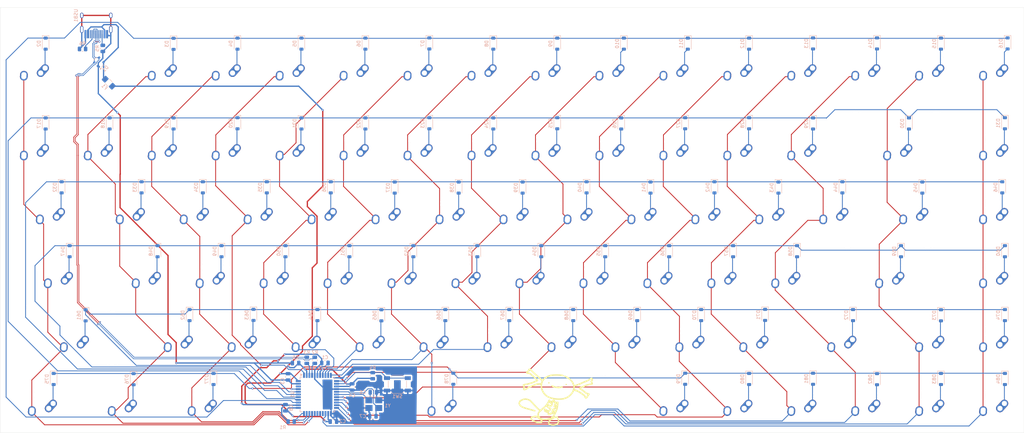
<source format=kicad_pcb>
(kicad_pcb (version 20240108) (generator "pcbnew") (generator_version "8.0")
  (layers (0 "F.Cu" signal) (31 "B.Cu" signal) (34 "B.Paste" user) (35 "F.Paste" user) (36 "B.SilkS" user "B.Silkscreen") (37 "F.SilkS" user "F.Silkscreen") (38 "B.Mask" user) (39 "F.Mask" user) (44 "Edge.Cuts" user))
  (net 0 "")
  (net 1 "GND")
  (net 2 "Net-(U1-UCAP)")
  (net 3 "+5V")
  (net 4 "Net-(U1-XTAL1)")
  (net 5 "Net-(U1-XTAL2)")
  (net 6 "D-")
  (net 7 "D+")
  (net 8 "VCC")
  (net 9 "col0")
  (net 10 "Net-(D2-A)")
  (net 11 "Net-(D3-A)")
  (net 12 "Net-(D4-A)")
  (net 13 "Net-(D5-A)")
  (net 14 "Net-(D6-A)")
  (net 15 "Net-(D7-A)")
  (net 16 "Net-(D8-A)")
  (net 17 "Net-(D9-A)")
  (net 18 "Net-(D10-A)")
  (net 19 "Net-(D11-A)")
  (net 20 "Net-(D12-A)")
  (net 21 "Net-(D13-A)")
  (net 22 "Net-(D14-A)")
  (net 23 "Net-(D15-A)")
  (net 24 "Net-(D16-A)")
  (net 25 "Net-(D17-A)")
  (net 26 "Net-(D18-A)")
  (net 27 "Net-(D19-A)")
  (net 28 "Net-(D20-A)")
  (net 29 "Net-(D21-A)")
  (net 30 "Net-(D22-A)")
  (net 31 "Net-(D23-A)")
  (net 32 "Net-(D24-A)")
  (net 33 "Net-(D25-A)")
  (net 34 "Net-(D26-A)")
  (net 35 "Net-(D27-A)")
  (net 36 "Net-(D28-A)")
  (net 37 "Net-(D29-A)")
  (net 38 "Net-(D30-A)")
  (net 39 "Net-(D31-A)")
  (net 40 "Net-(D32-A)")
  (net 41 "Net-(D33-A)")
  (net 42 "Net-(D34-A)")
  (net 43 "Net-(D35-A)")
  (net 44 "Net-(D36-A)")
  (net 45 "Net-(D37-A)")
  (net 46 "Net-(D38-A)")
  (net 47 "Net-(D39-A)")
  (net 48 "Net-(D40-A)")
  (net 49 "Net-(D41-A)")
  (net 50 "Net-(D42-A)")
  (net 51 "Net-(D43-A)")
  (net 52 "Net-(D44-A)")
  (net 53 "Net-(D45-A)")
  (net 54 "Net-(D46-A)")
  (net 55 "Net-(D47-A)")
  (net 56 "Net-(D48-A)")
  (net 57 "Net-(D49-A)")
  (net 58 "Net-(D50-A)")
  (net 59 "Net-(D51-A)")
  (net 60 "Net-(D52-A)")
  (net 61 "Net-(D53-A)")
  (net 62 "Net-(D54-A)")
  (net 63 "Net-(D55-A)")
  (net 64 "Net-(D56-A)")
  (net 65 "Net-(D57-A)")
  (net 66 "Net-(D58-A)")
  (net 67 "Net-(D59-A)")
  (net 68 "Net-(D60-A)")
  (net 69 "Net-(D61-A)")
  (net 70 "Net-(D62-A)")
  (net 71 "Net-(D63-A)")
  (net 72 "Net-(D64-A)")
  (net 73 "Net-(D65-A)")
  (net 74 "Net-(D66-A)")
  (net 75 "Net-(D67-A)")
  (net 76 "Net-(D68-A)")
  (net 77 "Net-(D69-A)")
  (net 78 "Net-(D70-A)")
  (net 79 "Net-(D71-A)")
  (net 80 "Net-(D72-A)")
  (net 81 "Net-(D73-A)")
  (net 82 "Net-(D74-A)")
  (net 83 "Net-(D75-A)")
  (net 84 "Net-(D76-A)")
  (net 85 "Net-(D77-A)")
  (net 86 "Net-(D78-A)")
  (net 87 "Net-(D79-A)")
  (net 88 "Net-(D80-A)")
  (net 89 "Net-(D81-A)")
  (net 90 "Net-(D82-A)")
  (net 91 "Net-(D83-A)")
  (net 92 "Net-(D84-A)")
  (net 93 "Net-(U1-~{HWB}{slash}PE2)")
  (net 94 "Net-(U1-D+)")
  (net 95 "Net-(U1-D-)")
  (net 96 "Net-(U1-~{RESET})")
  (net 97 "Net-(USB1-CC2)")
  (net 98 "Net-(USB1-CC1)")
  (net 106 "row0")
  (net 107 "row1")
  (net 108 "col3")
  (net 109 "row3")
  (net 110 "col4")
  (net 111 "col14")
  (net 112 "row5")
  (net 113 "col1")
  (net 114 "col2")
  (net 115 "col6")
  (net 116 "col9")
  (net 117 "col10")
  (net 118 "col11")
  (net 119 "col12")
  (net 120 "col13")
  (net 121 "row2")
  (net 122 "row4")
  (net 123 "col5")
  (net 124 "col7")
  (net 125 "col8")
  (footprint "MX_Alps_Hybrid:MX-Alps-Hybrid-1U" (layer "F.Cu") (at 158.75 33.3375 180)
    (property "Reference" "MX7")
    (property "Value" "f6")
  )
  (footprint "MX_Alps_Hybrid:MX-Alps-Hybrid-1U" (layer "F.Cu") (at 311.15 76.2 180)
    (property "Reference" "MX45")
    (property "Value" "pgdn")
  )
  (footprint "MX_Alps_Hybrid:MX-Alps-Hybrid-1U" (layer "F.Cu") (at 63.5 33.3375 180)
    (property "Reference" "MX2")
    (property "Value" "f1")
  )
  (footprint "MX_Alps_Hybrid:MX-Alps-Hybrid-1U" (layer "F.Cu") (at 153.9875 95.25 180)
    (property "Reference" "MX52")
    (property "Value" "h")
  )
  (footprint "MX_Alps_Hybrid:MX-Alps-Hybrid-1U" (layer "F.Cu") (at 139.7 33.3375 180)
    (property "Reference" "MX6")
    (property "Value" "f5")
  )
  (footprint "MX_Alps_Hybrid:MX-Alps-Hybrid-1.75U" (layer "F.Cu") (at 265.90625 114.3 180)
    (property "Reference" "MX71")
    (property "Value" "rshift")
  )
  (footprint "MX_Alps_Hybrid:MX-Alps-Hybrid-2.25U-ReversedStabilizers" (layer "F.Cu") (at 280.19375 95.25 180)
    (property "Reference" "MX58")
    (property "Value" "enter")
  )
  (footprint "MX_Alps_Hybrid:MX-Alps-Hybrid-1U" (layer "F.Cu") (at 206.375 76.2 180)
    (property "Reference" "MX40")
    (property "Value" "o")
  )
  (footprint "MX_Alps_Hybrid:MX-Alps-Hybrid-1.25U" (layer "F.Cu") (at 75.40625 133.35 180)
    (property "Reference" "MX76")
    (property "Value" "alt")
  )
  (footprint "MX_Alps_Hybrid:MX-Alps-Hybrid-1U" (layer "F.Cu") (at 254 133.35 180)
    (property "Reference" "MX80")
    (property "Value" "ctrl")
  )
  (footprint "MX_Alps_Hybrid:MX-Alps-Hybrid-1U" (layer "F.Cu") (at 63.5 57.15 180)
    (property "Reference" "MX18")
    (property "Value" "2")
  )
  (footprint "MX_Alps_Hybrid:MX-Alps-Hybrid-1U" (layer "F.Cu") (at 311.15 33.3375 180)
    (property "Reference" "MX15")
    (property "Value" "del")
  )
  (footprint "MX_Alps_Hybrid:MX-Alps-Hybrid-1U" (layer "F.Cu") (at 311.15 133.35 180)
    (property "Reference" "MX83")
    (property "Value" "right")
  )
  (footprint "MX_Alps_Hybrid:MX-Alps-Hybrid-1U" (layer "F.Cu") (at 196.85 33.3375 180)
    (property "Reference" "MX9")
    (property "Value" "f8")
  )
  (footprint "MX_Alps_Hybrid:MX-Alps-Hybrid-1U" (layer "F.Cu") (at 87.3125 114.3 180)
    (property "Reference" "MX62")
    (property "Value" "x")
  )
  (footprint "MX_Alps_Hybrid:MX-Alps-Hybrid-1U" (layer "F.Cu") (at 177.8 33.3375 180)
    (property "Reference" "MX8")
    (property "Value" "f7")
  )
  (footprint "MX_Alps_Hybrid:MX-Alps-Hybrid-1U" (layer "F.Cu") (at 68.2625 114.3 180)
    (property "Reference" "MX61")
    (property "Value" "z")
  )
  (footprint "MX_Alps_Hybrid:MX-Alps-Hybrid-1U" (layer "F.Cu") (at 215.9 133.35 180)
    (property "Reference" "MX78")
    (property "Value" "alt")
  )
  (footprint "MX_Alps_Hybrid:MX-Alps-Hybrid-1U" (layer "F.Cu") (at 163.5125 114.3 180)
    (property "Reference" "MX66")
    (property "Value" "n")
  )
  (footprint "MX_Alps_Hybrid:MX-Alps-Hybrid-1U" (layer "F.Cu") (at 92.075 76.2 180)
    (property "Reference" "MX34")
    (property "Value" "e")
  )
  (footprint "MX_Alps_Hybrid:MX-Alps-Hybrid-1U" (layer "F.Cu") (at 239.7125 114.3 180)
    (property "Reference" "MX70")
    (property "Value" "/")
  )
  (footprint "MX_Alps_Hybrid:MX-Alps-Hybrid-1U" (layer "F.Cu") (at 234.95 33.3375 180)
    (property "Reference" "MX11")
    (property "Value" "f10")
  )
  (footprint "MX_Alps_Hybrid:MX-Alps-Hybrid-1U" (layer "F.Cu") (at 273.05 133.35 180)
    (property "Reference" "MX81")
    (property "Value" "left")
  )
  (footprint "MX_Alps_Hybrid:MX-Alps-Hybrid-1.75U" (layer "F.Cu") (at 32.54375 95.25 180)
    (property "Reference" "MX46")
    (property "Value" "caps lock")
  )
  (footprint "MX_Alps_Hybrid:MX-Alps-Hybrid-1U" (layer "F.Cu") (at 58.7375 95.25 180)
    (property "Reference" "MX47")
    (property "Value" "a")
  )
  (footprint "MX_Alps_Hybrid:MX-Alps-Hybrid-1U" (layer "F.Cu") (at 220.6625 114.3 180)
    (property "Reference" "MX69")
    (property "Value" ".")
  )
  (footprint "MX_Alps_Hybrid:MX-Alps-Hybrid-1U" (layer "F.Cu") (at 230.1875 95.25 180)
    (property "Reference" "MX56")
    (property "Value" ";")
  )
  (footprint "MX_Alps_Hybrid:MX-Alps-Hybrid-1U" (layer "F.Cu") (at 53.975 76.2 180)
    (property "Reference" "MX32")
    (property "Value" "q")
  )
  (footprint "MX_Alps_Hybrid:MX-Alps-Hybrid-1U" (layer "F.Cu") (at 73.025 76.2 180)
    (property "Reference" "MX33")
    (property "Value" "w")
  )
  (footprint "MX_Alps_Hybrid:MX-Alps-Hybrid-1U" (layer "F.Cu") (at 82.55 33.3375 180)
    (property "Reference" "MX3")
    (property "Value" "f2")
  )
  (footprint "MX_Alps_Hybrid:MX-Alps-Hybrid-1U" (layer "F.Cu") (at 311.15 114.3 180)
    (property "Reference" "MX73")
    (property "Value" "end")
  )
  (footprint "MX_Alps_Hybrid:MX-Alps-Hybrid-1U" (layer "F.Cu") (at 215.9 33.3375 180)
    (property "Reference" "MX10")
    (property "Value" "f9")
  )
  (footprint "MX_Alps_Hybrid:MX-Alps-Hybrid-1U" (layer "F.Cu") (at 101.6 33.3375 180)
    (property "Reference" "MX4")
    (property "Value" "f3")
  )
  (footprint "MX_Alps_Hybrid:MX-Alps-Hybrid-1U" (layer "F.Cu") (at 225.425 76.2 180)
    (property "Reference" "MX41")
    (property "Value" "p")
  )
  (footprint "MX_Alps_Hybrid:MX-Alps-Hybrid-1U" (layer "F.Cu") (at 311.15 57.15 180)
    (property "Reference" "MX30")
    (property "Value" "pgup")
  )
  (footprint "MX_Alps_Hybrid:MX-Alps-Hybrid-1U" (layer "F.Cu") (at 177.8 57.15 180)
    (property "Reference" "MX24")
    (property "Value" "8")
  )
  (footprint "MX_Alps_Hybrid:MX-Alps-Hybrid-1U" (layer "F.Cu") (at 173.0375 95.25 180)
    (property "Reference" "MX53")
    (property "Value" "j")
  )
  (footprint "MX_Alps_Hybrid:MX-Alps-Hybrid-1U" (layer "F.Cu") (at 187.325 76.2 180)
    (property "Reference" "MX39")
    (property "Value" "i")
  )
  (footprint "MX_Alps_Hybrid:MX-Alps-Hybrid-1U" (layer "F.Cu") (at 111.125 76.2 180)
    (property "Reference" "MX35")
    (property "Value" "r")
  )
  (footprint "MX_Alps_Hybrid:MX-Alps-Hybrid-1U" (layer "F.Cu") (at 292.1 133.35 180)
    (property "Reference" "MX82")
    (property "Value" "bottom")
  )
  (footprint "MX_Alps_Hybrid:MX-Alps-Hybrid-1.5U" (layer "F.Cu") (at 287.3375 76.2 180)
    (property "Reference" "MX44")
    (property "Value" "\\")
  )
  (footprint "MX_Alps_Hybrid:MX-Alps-Hybrid-1U" (layer "F.Cu") (at 101.6 57.15 180)
    (property "Reference" "MX20")
    (property "Value" "4")
  )
  (footprint "MX_Alps_Hybrid:MX-Alps-Hybrid-1.25U" (layer "F.Cu") (at 51.59375 133.35 180)
    (property "Reference" "MX75")
    (property "Value" "win")
  )
  (footprint "MX_Alps_Hybrid:MX-Alps-Hybrid-1U" (layer "F.Cu") (at 254 57.15 180)
    (property "Reference" "MX28")
    (property "Value" "=")
  )
  (footprint "MX_Alps_Hybrid:MX-Alps-Hybrid-1U" (layer "F.Cu") (at 196.85 57.15 180)
    (property "Reference" "MX25")
    (property "Value" "9")
  )
  (footprint "MX_Alps_Hybrid:MX-Alps-Hybrid-1U" (layer "F.Cu") (at 106.3625 114.3 180)
    (property "Reference" "MX63")
    (property "Value" "c")
  )
  (footprint "MX_Alps_Hybrid:MX-Alps-Hybrid-1U" (layer "F.Cu") (at 158.75 57.15 180)
    (property "Reference" "MX23")
    (property "Value" "7")
  )
  (footprint "MX_Alps_Hybrid:MX-Alps-Hybrid-1U" (layer "F.Cu") (at 311.15 95.25 180)
    (property "Reference" "MX59")
    (property "Value" "home")
  )
  (footprint "MX_Alps_Hybrid:MX-Alps-Hybrid-1U" (layer "F.Cu") (at 292.1 114.3 180)
    (property "Reference" "MX72")
    (property "Value" "up")
  )
  (footprint "MX_Alps_Hybrid:MX-Alps-Hybrid-1U" (layer "F.Cu") (at 82.55 57.15 180)
    (property "Reference" "MX19")
    (property "Value" "3")
  )
  (footprint "MX_Alps_Hybrid:MX-Alps-Hybrid-1U" (layer "F.Cu") (at 139.7 57.15 180)
    (property "Reference" "MX22")
    (property "Value" "6")
  )
  (footprint "MX_Alps_Hybrid:MX-Alps-Hybrid-1U" (layer "F.Cu") (at 25.4 33.3375 180)
    (property "Reference" "MX1")
    (property "Value" "esc")
  )
  (footprint "MX_Alps_Hybrid:MX-Alps-Hybrid-1.25U" (layer "F.Cu") (at 27.78125 133.35 180)
    (property "Reference" "MX74")
    (property "Value" "ctrl")
  )
  (footprint "MX_Alps_Hybrid:MX-Alps-Hybrid-1U" (layer "F.Cu") (at 120.65 57.15 180)
    (property "Reference" "MX21")
    (property "Value" "5")
  )
  (footprint "MX_Alps_Hybrid:MX-Alps-Hybrid-1U" (layer "F.Cu") (at 201.6125 114.3 180)
    (property "Reference" "MX68")
    (property "Value" ",")
  )
  (footprint "MX_Alps_Hybrid:MX-Alps-Hybrid-1U" (layer "F.Cu") (at 44.45 57.15 180)
    (property "Reference" "MX17")
    (property "Value" "1")
  )
  (footprint "MX_Alps_Hybrid:MX-Alps-Hybrid-1U" (layer "F.Cu") (at 234.95 133.35 180)
    (property "Reference" "MX79")
    (property "Value" "menu")
  )
  (footprint "MX_Alps_Hybrid:MX-Alps-Hybrid-6.25U-ReversedStabilizers" (layer "F.Cu") (at 146.8375 133.35 180)
    (property "Reference" "MX77")
    (property "Value" "space")
  )
  (footprint "MX_Alps_Hybrid:MX-Alps-Hybrid-2.25U-ReversedStabilizers" (layer "F.Cu") (at 37.30625 114.3 180)
    (property "Reference" "MX60")
    (property "Value" "lshift")
  )
  (footprint "MX_Alps_Hybrid:MX-Alps-Hybrid-1U" (layer "F.Cu") (at 263.525 76.2 180)
    (property "Reference" "MX43")
    (property "Value" "]")
  )
  (footprint "MX_Alps_Hybrid:MX-Alps-Hybrid-1U" (layer "F.Cu") (at 292.1 33.3375 180)
    (property "Reference" "MX14")
    (property "Value" "prtsc")
  )
  (footprint "MX_Alps_Hybrid:MX-Alps-Hybrid-1U" (layer "F.Cu") (at 130.175 76.2 180)
    (property "Reference" "MX36")
    (property "Value" "t")
  )
  (footprint "MX_Alps_Hybrid:MX-Alps-Hybrid-1U" (layer "F.Cu") (at 120.65 33.3375 180)
    (property "Reference" "MX5")
    (property "Value" "f4")
  )
  (footprint "LOGO" (layer "F.Cu") (at 180.6 132.4 -45)
    (property "Reference" "G***" (hide yes))
    (property "Value" "LOGO" (hide yes))
  )
  (footprint "MX_Alps_Hybrid:MX-Alps-Hybrid-1U" (layer "F.Cu") (at 77.7875 95.25 180)
    (property "Reference" "MX48")
    (property "Value" "s")
  )
  (footprint "MX_Alps_Hybrid:MX-Alps-Hybrid-1U" (layer "F.Cu") (at 149.225 76.2 180)
    (property "Reference" "MX37")
    (property "Value" "y")
  )
  (footprint "MX_Alps_Hybrid:MX-Alps-Hybrid-1U" (layer "F.Cu") (at 234.95 57.15 180)
    (property "Reference" "MX27")
    (property "Value" "-")
  )
  (footprint "MX_Alps_Hybrid:MX-Alps-Hybrid-1.5U" (layer "F.Cu") (at 30.1625 76.2 180)
    (property "Reference" "MX31")
    (property "Value" "tab")
  )
  (footprint "MX_Alps_Hybrid:MX-Alps-Hybrid-1U" (layer "F.Cu") (at 96.8375 95.25 180)
    (property "Reference" "MX49")
    (property "Value" "d")
  )
  (footprint "MX_Alps_Hybrid:MX-Alps-Hybrid-1U" (layer "F.Cu") (at 273.05 33.3375 180)
    (property "Reference" "MX13")
    (property "Value" "f12")
  )
  (footprint "MX_Alps_Hybrid:MX-Alps-Hybrid-1U" (layer "F.Cu") (at 249.2375 95.25 180)
    (property "Reference" "MX57")
    (property "Value" "'")
  )
  (footprint "MX_Alps_Hybrid:MX-Alps-Hybrid-1U" (layer "F.Cu") (at 215.9 57.15 180)
    (property "Reference" "MX26")
    (property "Value" "0")
  )
  (footprint "MX_Alps_Hybrid:MX-Alps-Hybrid-2U-ReversedStabilizers" (layer "F.Cu") (at 282.575 57.15 180)
    (property "Reference" "MX29")
    (property "Value" "backspace")
  )
  (footprint "MX_Alps_Hybrid:MX-Alps-Hybrid-1U" (layer "F.Cu") (at 25.4 57.15 180)
    (property "Reference" "MX16")
    (property "Value" "~")
  )
  (footprint "MX_Alps_Hybrid:MX-Alps-Hybrid-1U" (layer "F.Cu") (at 115.8875 95.25 180)
    (property "Reference" "MX50")
    (property "Value" "f")
  )
  (footprint "MX_Alps_Hybrid:MX-Alps-Hybrid-1U" (layer "F.Cu") (at 211.1375 95.25 180)
    (property "Reference" "MX55")
    (property "Value" "l")
  )
  (footprint "MX_Alps_Hybrid:MX-Alps-Hybrid-1U" (layer "F.Cu") (at 254 33.3375 180)
    (property "Reference" "MX12")
    (property "Value" "f11")
  )
  (footprint "MX_Alps_Hybrid:MX-Alps-Hybrid-1U" (layer "F.Cu") (at 134.9375 95.25 180)
    (property "Reference" "MX51")
    (property "Value" "g")
  )
  (footprint "MX_Alps_Hybrid:MX-Alps-Hybrid-1U" (layer "F.Cu") (at 125.4125 114.3 180)
    (property "Reference" "MX64")
    (property "Value" "v")
  )
  (footprint "MX_Alps_Hybrid:MX-Alps-Hybrid-1U" (layer "F.Cu") (at 144.4625 114.3 180)
    (property "Reference" "MX65")
    (property "Value" "b")
  )
  (footprint "MX_Alps_Hybrid:MX-Alps-Hybrid-1U" (layer "F.Cu") (at 244.475 76.2 180)
    (property "Reference" "MX42")
    (property "Value" "[")
  )
  (footprint "MX_Alps_Hybrid:MX-Alps-Hybrid-1U" (layer "F.Cu") (at 192.0875 95.25 180)
    (property "Reference" "MX54")
    (property "Value" "k")
  )
  (footprint "MX_Alps_Hybrid:MX-Alps-Hybrid-1U" (layer "F.Cu") (at 182.5625 114.3 180)
    (property "Reference" "MX67")
    (property "Value" "m")
  )
  (footprint "MX_Alps_Hybrid:MX-Alps-Hybrid-1U" (layer "F.Cu") (at 168.275 76.2 180)
    (property "Reference" "MX38")
    (property "Value" "u")
  )
  (footprint "Diode_SMD:D_SOD-123" (layer "B.Cu") (at 162.71875 52.3875 -90)
    (property "Reference" "D24")
    (property "Value" "D")
  )
  (footprint "Diode_SMD:D_SOD-123" (layer "B.Cu") (at 91.28125 109.475 -90)
    (property "Reference" "D63")
    (property "Value" "D")
  )
  (footprint "Diode_SMD:D_SOD-123" (layer "B.Cu") (at 190.5 71.4375 -90)
    (property "Reference" "D40")
    (property "Value" "D")
  )
  (footprint "Diode_SMD:D_SOD-123" (layer "B.Cu") (at 171.45 71.5 -90)
    (property "Reference" "D39")
    (property "Value" "D")
  )
  (footprint "Diode_SMD:D_SOD-123" (layer "B.Cu") (at 162.71875 28.575 -90)
    (property "Reference" "D8")
    (property "Value" "D")
  )
  (footprint "Diode_SMD:D_SOD-123" (layer "B.Cu") (at 76.2 71.4375 -90)
    (property "Reference" "D34")
    (property "Value" "D")
  )
  (footprint "Diode_SMD:D_SOD-123" (layer "B.Cu") (at 152.4 71.5 -90)
    (property "Reference" "D38")
    (property "Value" "D")
  )
  (footprint "Diode_SMD:D_SOD-123" (layer "B.Cu") (at 257.96875 52.3875 -90)
    (property "Reference" "D29")
    (property "Value" "D")
  )
  (footprint "Diode_SMD:D_SOD-123" (layer "B.Cu") (at 186.53125 109.5375 -90)
    (property "Reference" "D68")
    (property "Value" "D")
  )
  (footprint "Diode_SMD:D_SOD-123" (layer "B.Cu") (at 167.48125 109.5375 -90)
    (property "Reference" "D67")
    (property "Value" "D")
  )
  (footprint "Diode_SMD:D_SOD-123" (layer "B.Cu") (at 133.35 71.5 -90)
    (property "Reference" "D37")
    (property "Value" "D")
  )
  (footprint "Diode_SMD:D_SOD-123" (layer "B.Cu") (at 266.7 71.4375 -90)
    (property "Reference" "D44")
    (property "Value" "D")
  )
  (footprint "Capacitor_SMD:C_0805_2012Metric" (layer "B.Cu") (at 120.65 130.96875 -90)
    (property "Reference" "C4")
    (property "Value" "0.1uF")
  )
  (footprint "Diode_SMD:D_SOD-123" (layer "B.Cu") (at 277.01875 128.65 -90)
    (property "Reference" "D82")
    (property "Value" "D")
  )
  (footprint "Diode_SMD:D_SOD-123" (layer "B.Cu") (at 257.96875 128.525 -90)
    (property "Reference" "D81")
    (property "Value" "D")
  )
  (footprint "Diode_SMD:D_SOD-123" (layer "B.Cu") (at 29.36875 52.3875 -90)
    (property "Reference" "D17")
    (property "Value" "D")
  )
  (footprint "Diode_SMD:D_SOD-123" (layer "B.Cu") (at 29.36875 28.575 -90)
    (property "Reference" "D2")
    (property "Value" "D")
  )
  (footprint "Diode_SMD:D_SOD-123" (layer "B.Cu") (at 124.61875 28.575 -90)
    (property "Reference" "D6")
    (property "Value" "D")
  )
  (footprint "Diode_SMD:D_SOD-123" (layer "B.Cu") (at 215.10625 90.4875 -90)
    (property "Reference" "D56")
    (property "Value" "D")
  )
  (footprint "Capacitor_SMD:C_0805_2012Metric" (layer "B.Cu") (at 127 132.55625 180)
    (property "Reference" "C6")
    (property "Value" "22pF")
  )
  (footprint "Capacitor_SMD:C_0805_2012Metric" (layer "B.Cu") (at 126.84375 139.7 180)
    (property "Reference" "C7")
    (property "Value" "22pF")
  )
  (footprint "Diode_SMD:D_SOD-123" (layer "B.Cu") (at 219.86875 128.525 -90)
    (property "Reference" "D79")
    (property "Value" "D")
  )
  (footprint "Diode_SMD:D_SOD-123" (layer "B.Cu") (at 314.325 71.4375 -90)
    (property "Reference" "D46")
    (property "Value" "D")
  )
  (footprint "Diode_SMD:D_SOD-123" (layer "B.Cu") (at 105.56875 52.3875 -90)
    (property "Reference" "D21")
    (property "Value" "D")
  )
  (footprint "Diode_SMD:D_SOD-123" (layer "B.Cu") (at 315.11875 52.325 -90)
    (property "Reference" "D31")
    (property "Value" "D")
  )
  (footprint "Capacitor_SMD:C_0805_2012Metric" (layer "B.Cu") (at 115.09375 141.2875)
    (property "Reference" "C2")
    (property "Value" "0.1uF")
  )
  (footprint "Diode_SMD:D_SOD-123" (layer "B.Cu") (at 181.76875 28.575 -90)
    (property "Reference" "D9")
    (property "Value" "D")
  )
  (footprint "Diode_SMD:D_SOD-123" (layer "B.Cu") (at 277.01875 28.5125 -90)
    (property "Reference" "D14")
    (property "Value" "D")
  )
  (footprint "Diode_SMD:D_SOD-123" (layer "B.Cu") (at 224.63125 109.5375 -90)
    (property "Reference" "D70")
    (property "Value" "D")
  )
  (footprint "Diode_SMD:D_SOD-123" (layer "B.Cu") (at 41.275 109.6 -90)
    (property "Reference" "D61")
    (property "Value" "D")
  )
  (footprint "Diode_SMD:D_SOD-123" (layer "B.Cu") (at 67.46875 28.6375 -90)
    (property "Reference" "D3")
    (property "Value" "D")
  )
  (footprint "Diode_SMD:D_SOD-123" (layer "B.Cu") (at 31.75 128.5875 -90)
    (property "Reference" "D75")
    (property "Value" "D")
  )
  (footprint "Diode_SMD:D_SOD-123" (layer "B.Cu") (at 138.90625 90.4875 -90)
    (property "Reference" "D52")
    (property "Value" "D")
  )
  (footprint "Capacitor_SMD:C_0805_2012Metric" (layer "B.Cu") (at 101.6 127.95 -90)
    (property "Reference" "C3")
    (property "Value" "0.1uF")
  )
  (footprint "Diode_SMD:D_SOD-123" (layer "B.Cu") (at 315.11875 128.5875 -90)
    (property "Reference" "D84")
    (property "Value" "D")
  )
  (footprint "Diode_SMD:D_SOD-123" (layer "B.Cu") (at 34.13125 71.4375 -90)
    (property "Reference" "D32")
    (property "Value" "D")
  )
  (footprint "Diode_SMD:D_SOD-123" (layer "B.Cu") (at 269.875 109.5375 -90)
    (property "Reference" "D72")
    (property "Value" "D")
  )
  (footprint "Diode_SMD:D_SOD-123" (layer "B.Cu") (at 205.58125 109.5375 -90)
    (property "Reference" "D69")
    (property "Value" "D")
  )
  (footprint "Diode_SMD:D_SOD-123" (layer "B.Cu") (at 105.56875 28.575 -90)
    (property "Reference" "D5")
    (property "Value" "D")
  )
  (footprint "Diode_SMD:D_SOD-123" (layer "B.Cu") (at 114.3 71.4375 -90)
    (property "Reference" "D36")
    (property "Value" "D")
  )
  (footprint "Diode_SMD:D_SOD-123" (layer "B.Cu") (at 234.15625 90.4875 -90)
    (property "Reference" "D57")
    (property "Value" "D")
  )
  (footprint "Diode_SMD:D_SOD-123" (layer "B.Cu") (at 62.70625 90.4875 -90)
    (property "Reference" "D48")
    (property "Value" "D")
  )
  (footprint "Diode_SMD:D_SOD-123" (layer "B.Cu") (at 86.51875 28.575 -90)
    (property "Reference" "D4")
    (property "Value" "D")
  )
  (footprint "Diode_SMD:D_SOD-123" (layer "B.Cu") (at 290.5125 71.5 -90)
    (property "Reference" "D45")
    (property "Value" "D")
  )
  (footprint "Diode_SMD:D_SOD-123" (layer "B.Cu") (at 200.81875 52.3875 -90)
    (property "Reference" "D26")
    (property "Value" "D")
  )
  (footprint "Diode_SMD:D_SOD-123" (layer "B.Cu") (at 181.76875 52.325 -90)
    (property "Reference" "D25")
    (property "Value" "D")
  )
  (footprint "Diode_SMD:D_SOD-123" (layer "B.Cu") (at 228.6 71.4375 -90)
    (property "Reference" "D42")
    (property "Value" "D")
  )
  (footprint "Diode_SMD:D_SOD-123" (layer "B.Cu") (at 177.00625 90.4875 -90)
    (property "Reference" "D54")
    (property "Value" "D")
  )
  (footprint "Capacitor_SMD:C_0805_2012Metric" (layer "B.Cu") (at 100.80625 137.1625 90)
    (property "Reference" "C8")
    (property "Value" "0.1uF")
  )
  (footprint "Diode_SMD:D_SOD-123" (layer "B.Cu") (at 196.05625 90.4875 -90)
    (property "Reference" "D55")
    (property "Value" "D")
  )
  (footprint "Diode_SMD:D_SOD-123" (layer "B.Cu") (at 81.75625 90.4875 -90)
    (property "Reference" "D49")
    (property "Value" "D")
  )
  (footprint "Diode_SMD:D_SOD-123" (layer "B.Cu") (at 219.86875 52.325 -90)
    (property "Reference" "D27")
    (property "Value" "D")
  )
  (footprint "Diode_SMD:D_SOD-123" (layer "B.Cu") (at 95.25 71.4375 -90)
    (property "Reference" "D35")
    (property "Value" "D")
  )
  (footprint "Diode_SMD:D_SOD-123" (layer "B.Cu") (at 86.51875 52.325 -90)
    (property "Reference" "D20")
    (property "Value" "D")
  )
  (footprint "Diode_SMD:D_SOD-123" (layer "B.Cu") (at 36.5125 90.4875 -90)
    (property "Reference" "D47")
    (property "Value" "D")
  )
  (footprint "Diode_SMD:D_SOD-123" (layer "B.Cu") (at 257.96875 28.5125 -90)
    (property "Reference" "D13")
    (property "Value" "D")
  )
  (footprint "Capacitor_SMD:C_0805_2012Metric" (layer "B.Cu") (at 103.825 123.825 180)
    (property "Reference" "C5")
    (property "Value" "10uF")
  )
  (footprint "Diode_SMD:D_SOD-123" (layer "B.Cu") (at 315.11875 90.4875 -90)
    (property "Reference" "D60")
    (property "Value" "D")
  )
  (footprint "Resistor_SMD:R_0805_2012Metric" (layer "B.Cu") (at 102.5125 141.2875 180)
    (property "Reference" "R1")
    (property "Value" "10k")
  )
  (footprint "Fuse:Fuse_1206_3216Metric_Pad1.42x1.75mm_HandSolder" (layer "B.Cu") (at 48.160679 40.223179 -45)
    (property "Reference" "F1")
    (property "Value" "500m")
  )
  (footprint "Diode_SMD:D_SOD-123" (layer "B.Cu") (at 315.11875 109.5375 -90)
    (property "Reference" "D74")
    (property "Value" "D")
  )
  (footprint "Diode_SMD:D_SOD-123" (layer "B.Cu") (at 67.46875 52.3875 -90)
    (property "Reference" "D19")
    (property "Value" "D")
  )
  (footprint "Resistor_SMD:R_0805_2012Metric" (layer "B.Cu") (at 126.8 127.6 90)
    (property "Reference" "R4")
    (property "Value" "10k")
  )
  (footprint "Diode_SMD:D_SOD-123" (layer "B.Cu") (at 247.65 71.5 -90)
    (property "Reference" "D43")
    (property "Value" "D")
  )
  (footprint "Resistor_SMD:R_0805_2012Metric" (layer "B.Cu") (at 107.15625 123.03125 -90)
    (property "Reference" "R3")
    (property "Value" "22")
  )
  (footprint "Diode_SMD:D_SOD-123" (layer "B.Cu") (at 143.66875 28.5125 -90)
    (property "Reference" "D7")
    (property "Value" "D")
  )
  (footprint "Diode_SMD:D_SOD-123" (layer "B.Cu") (at 157.95625 90.4875 -90)
    (property "Reference" "D53")
    (property "Value" "D")
  )
  (footprint "Diode_SMD:D_SOD-123" (layer "B.Cu") (at 238.91875 28.575 -90)
    (property "Reference" "D12")
    (property "Value" "D")
  )
  (footprint "Diode_SMD:D_SOD-123" (layer "B.Cu") (at 238.91875 52.325 -90)
    (property "Reference" "D28")
    (property "Value" "D")
  )
  (footprint "Diode_SMD:D_SOD-123" (layer "B.Cu") (at 57.94375 71.4375 -90)
    (property "Reference" "D33")
    (property "Value" "D")
  )
  (footprint "Crystal:Crystal_SMD_3225-4Pin_3.2x2.5mm_HandSoldering" (layer "B.Cu") (at 127.1375 136.0875)
    (property "Reference" "Y1")
    (property "Value" "16MHz")
  )
  (footprint "Diode_SMD:D_SOD-123" (layer "B.Cu") (at 148.43125 109.5375 -90)
    (property "Reference" "D66")
    (property "Value" "D")
  )
  (footprint "Diode_SMD:D_SOD-123" (layer "B.Cu") (at 238.91875 128.5875 -90)
    (property "Reference" "D80")
    (property "Value" "D")
  )
  (footprint "Resistor_SMD:R_0805_2012Metric" (layer "B.Cu") (at 109.5375 123.03125 -90)
    (property "Reference" "R2")
    (property "Value" "22")
  )
  (footprint "Package_QFP:TQFP-44_10x10mm_P0.8mm" (layer "B.Cu") (at 110.33125 133.20625 -90)
    (property "Reference" "U1")
    (property "Value" "ATmega32U4-A")
  )
  (footprint "Diode_SMD:D_SOD-123" (layer "B.Cu") (at 315.9125 28.5125 -90)
    (property "Reference" "D16")
    (property "Value" "D")
  )
  (footprint "Diode_SMD:D_SOD-123" (layer "B.Cu") (at 296.06875 109.6 -90)
    (property "Reference" "D73")
    (property "Value" "D")
  )
  (footprint "Diode_SMD:D_SOD-123" (layer "B.Cu") (at 150.8125 128.525 -90)
    (property "Reference" "D78")
    (property "Value" "D")
  )
  (footprint "Diode_SMD:D_SOD-123" (layer "B.Cu") (at 100.80625 90.4875 -90)
    (property "Reference" "D50")
    (property "Value" "D")
  )
  (footprint "Diode_SMD:D_SOD-123" (layer "B.Cu") (at 253.20625 90.4875 -90)
    (property "Reference" "D58")
    (property "Value" "D")
  )
  (footprint "Capacitor_SMD:C_0805_2012Metric" (layer "B.Cu") (at 112.55625 123.825 180)
    (property "Reference" "C1")
    (property "Value" "1uF")
  )
  (footprint "Diode_SMD:D_SOD-123" (layer "B.Cu") (at 143.66875 52.325 -90)
    (property "Reference" "D23")
    (property "Value" "D")
  )
  (footprint "Diode_SMD:D_SOD-123" (layer "B.Cu") (at 296.06875 128.5875 -90)
    (property "Reference" "D83")
    (property "Value" "D")
  )
  (footprint "Diode_SMD:D_SOD-123" (layer "B.Cu") (at 286.54375 52.3875 -90)
    (property "Reference" "D30")
    (property "Value" "D")
  )
  (footprint "Diode_SMD:D_SOD-123" (layer "B.Cu") (at 129.38125 109.6 -90)
    (property "Reference" "D65")
    (property "Value" "D")
  )
  (footprint "Resistor_SMD:R_0805_2012Metric" (layer "B.Cu") (at 40.3625 30.1625 180)
    (property "Reference" "R6")
    (property "Value" "5.1k")
  )
  (footprint "Diode_SMD:D_SOD-123" (layer "B.Cu") (at 201.6125 28.575 -90)
    (property "Reference" "D10")
    (property "Value" "D")
  )
  (footprint "Package_TO_SOT_SMD:SOT-143" (layer "B.Cu") (at 45.24375 34.13125 45)
    (property "Reference" "D1")
    (property "Value" "PRTR5V0U2X")
  )
  (footprint "Diode_SMD:D_SOD-123" (layer "B.Cu") (at 243.68125 109.475 -90)
    (property "Reference" "D71")
    (property "Value" "D")
  )
  (footprint "Diode_SMD:D_SOD-123" (layer "B.Cu") (at 79.375 128.5875 -90)
    (property "Reference" "D77")
    (property "Value" "D")
  )
  (footprint "Diode_SMD:D_SOD-123" (layer "B.Cu") (at 124.61875 52.3875 -90)
    (property "Reference" "D22")
    (property "Value" "D")
  )
  (footprint "Resistor_SMD:R_0805_2012Metric" (layer "B.Cu") (at 46.4 30 -90)
    (property "Reference" "R5")
    (property "Value" "5.1k")
  )
  (footprint "Diode_SMD:D_SOD-123" (layer "B.Cu") (at 55.5625 128.65 -90)
    (property "Reference" "D76")
    (property "Value" "D")
  )
  (footprint "Diode_SMD:D_SOD-123" (layer "B.Cu") (at 48.41875 52.3875 -90)
    (property "Reference" "D18")
    (property "Value" "D")
  )
  (footprint "Diode_SMD:D_SOD-123" (layer "B.Cu") (at 284.1625 90.4875 -90)
    (property "Reference" "D59")
    (property "Value" "D")
  )
  (footprint "Diode_SMD:D_SOD-123" (layer "B.Cu") (at 209.55 71.5 -90)
    (property "Reference" "D41")
    (property "Value" "D")
  )
  (footprint "Diode_SMD:D_SOD-123" (layer "B.Cu") (at 119.85625 90.4875 -90)
    (property "Reference" "D51")
    (property "Value" "D")
  )
  (footprint "Button_Switch_SMD:SW_SPST_SKQG_WithStem" (layer "B.Cu") (at 134.14375 130.175)
    (property "Reference" "SW1")
    (property "Value" "SW_Push")
  )
  (footprint "Diode_SMD:D_SOD-123" (layer "B.Cu") (at 110.33125 109.5375 -90)
    (property "Reference" "D64")
    (property "Value" "D")
  )
  (footprint "Type-C:HRO-TYPE-C-31-M-12-HandSoldering" (layer "B.Cu") (at 44.45 17.5625)
    (property "Reference" "USB1")
    (property "Value" "HRO-TYPE-C-31-M-12")
  )
  (footprint "Diode_SMD:D_SOD-123" (layer "B.Cu") (at 72.23125 109.5375 -90)
    (property "Reference" "D62")
    (property "Value" "D")
  )
  (footprint "Diode_SMD:D_SOD-123" (layer "B.Cu") (at 220.6625 28.575 -90)
    (property "Reference" "D11")
    (property "Value" "D")
  )
  (footprint "Diode_SMD:D_SOD-123" (layer "B.Cu") (at 296.06875 28.575 -90)
    (property "Reference" "D15")
    (property "Value" "D")
  )
  (gr_rect (start 15.8 17.8) (end 320.8 144.6) (stroke (width 0.05)) (fill none) (layer "Edge.Cuts"))
  (segment (start 51.59375 67.46875) (end 51.59375 50.00625) (width 0.381) (layer "F.Cu") (net 1))
  (segment (start 68.2625 123.825) (end 68.2625 117.742761) (width 0.381) (layer "F.Cu") (net 1))
  (segment (start 65.8281 115.308361) (end 65.8281 91.777298) (width 0.381) (layer "F.Cu") (net 1))
  (segment (start 100.6 121.2) (end 98.63125 123.16875) (width 0.381) (layer "F.Cu") (net 1))
  (segment (start 40.13 24.3425) (end 40.13 20.1625) (width 0.381) (layer "F.Cu") (net 1))
  (segment (start 93.313985 125.206) (end 95.218277 125.206) (width 0.381) (layer "F.Cu") (net 1))
  (segment (start 51.59375 50.00625) (end 50.8 49.2125) (width 0.381) (layer "F.Cu") (net 1))
  (segment (start 68.2625 117.742761) (end 65.8281 115.308361) (width 0.381) (layer "F.Cu") (net 1))
  (segment (start 87.8 135.8) (end 87.8 130.719985) (width 0.381) (layer "F.Cu") (net 1))
  (segment (start 98.63125 123.16875) (end 98.6 123.16875) (width 0.381) (layer "F.Cu") (net 1))
  (segment (start 97.255527 123.16875) (end 98.6 123.16875) (width 0.381) (layer "F.Cu") (net 1))
  (segment (start 51.5406 77.489798) (end 51.5406 67.5219) (width 0.381) (layer "F.Cu") (net 1))
  (segment (start 87.8 130.719985) (end 93.313985 125.206) (width 0.381) (layer "F.Cu") (net 1))
  (segment (start 65.8281 91.777298) (end 51.5406 77.489798) (width 0.381) (layer "F.Cu") (net 1))
  (segment (start 40.13 20.1625) (end 48.77 20.1625) (width 0.381) (layer "F.Cu") (net 1))
  (segment (start 51.5406 67.5219) (end 51.59375 67.46875) (width 0.381) (layer "F.Cu") (net 1))
  (segment (start 48.77 24.3425) (end 48.77 20.1625) (width 0.381) (layer "F.Cu") (net 1))
  (segment (start 95.218277 125.206) (end 97.255527 123.16875) (width 0.381) (layer "F.Cu") (net 1))
  (via (at 50.8 49.2125) (size 0.6) (drill 0.3) (layers "F.Cu" "B.Cu") (net 1))
  (via (at 68.2625 123.825) (size 0.6) (drill 0.3) (layers "F.Cu" "B.Cu") (net 1))
  (via (at 98.6 123.16875) (size 0.6) (drill 0.3) (layers "F.Cu" "B.Cu") (net 1))
  (via (at 100.6 121.2) (size 0.6) (drill 0.3) (layers "F.Cu" "B.Cu") (net 1))
  (via (at 87.8 135.8) (size 0.6) (drill 0.3) (layers "F.Cu" "B.Cu") (net 1))
  (segment (start 46.4 30.9125) (end 46.4 32.975) (width 0.381) (layer "B.Cu") (net 1))
  (segment (start 96.594277 128.9) (end 91.6 123.905723) (width 0.381) (layer "B.Cu") (net 1))
  (segment (start 40.00625 29.60625) (end 39.45 30.1625) (width 0.381) (layer "B.Cu") (net 1))
  (segment (start 100.6 121.2) (end 110.243982 121.2) (width 0.381) (layer "B.Cu") (net 1))
  (segment (start 102.875 123.825) (end 98.6 123.825) (width 0.381) (layer "B.Cu") (net 1))
  (segment (start 109.53125 125.9) (end 109.53125 127.50625) (width 0.381) (layer "B.Cu") (net 1))
  (segment (start 91.6 123.905723) (end 91.6 123.825) (width 0.381) (layer "B.Cu") (net 1))
  (segment (start 118.2 131.60625) (end 116.03125 131.60625) (width 0.381) (layer "B.Cu") (net 1))
  (segment (start 46.4 32.975) (end 45.066973 34.308027) (width 0.381) (layer "B.Cu") (net 1))
  (segment (start 111.60625 122.562268) (end 111.60625 123.825) (width 0.381) (layer "B.Cu") (net 1))
  (segment (start 40.13 29.4825) (end 40.00625 29.60625) (width 0.381) (layer "B.Cu") (net 1))
  (segment (start 128.48125 132.025) (end 127.95 132.55625) (width 0.381) (layer "B.Cu") (net 1))
  (segment (start 45.066973 35.368687) (end 45.066973 34.308027) (width 0.381) (layer "B.Cu") (net 1))
  (segment (start 114.33125 139.575) (end 116.04375 141.2875) (width 0.381) (layer "B.Cu") (net 1))
  (segment (start 87.8 135.8) (end 88.2125 136.2125) (width 0.381) (layer "B.Cu") (net 1))
  (segment (start 46.4 30.9125) (end 48.77 28.5425) (width 0.381) (layer "B.Cu") (net 1))
  (segment (start 50.8 49.2125) (end 45.066973 43.479473) (width 0.381) (layer "B.Cu") (net 1))
  (segment (start 120.3375 131.60625) (end 118.2 131.60625) (width 0.381) (layer "B.Cu") (net 1))
  (segment (start 101.6 128.9) (end 102.70625 130.00625) (width 0.381) (layer "B.Cu") (net 1))
  (segment (start 111.60625 123.825) (end 109.53125 125.9) (width 0.381) (layer "B.Cu") (net 1))
  (segment (start 48.1175 26.2) (end 47.675 25.7575) (width 0.381) (layer "B.Cu") (net 1))
  (segment (start 109.53125 128.63725) (end 112.50025 131.60625) (width 0.381) (layer "B.Cu") (net 1))
  (segment (start 88.2125 136.2125) (end 100.80625 136.2125) (width 0.381) (layer "B.Cu") (net 1))
  (segment (start 41.225 28.3875) (end 40.00625 29.60625) (width 0.381) (layer "B.Cu") (net 1))
  (segment (start 110.243982 121.2) (end 111.60625 122.562268) (width 0.381) (layer "B.Cu") (net 1))
  (segment (start 131 132.06875) (end 131.04375 132.025) (width 0.381) (layer "B.Cu") (net 1))
  (segment (start 101 136.40625) (end 104.63125 136.40625) (width 0.381) (layer "B.Cu") (net 1))
  (segment (start 48.77 28.5425) (end 48.77 26.2) (width 0.381) (layer "B.Cu") (net 1))
  (segment (start 114.33125 138.90625) (end 114.33125 139.575) (width 0.381) (layer "B.Cu") (net 1))
  (segment (start 91.6 123.825) (end 68.2625 123.825) (width 0.381) (layer "B.Cu") (net 1))
  (segment (start 99.69075 137.328) (end 100.80625 136.2125) (width 0.381) (layer "B.Cu") (net 1))
  (segment (start 98.6 123.16875) (end 98.6 123.825) (width 0.381) (layer "B.Cu") (net 1))
  (segment (start 109.53125 127.50625) (end 109.53125 128.63725) (width 0.381) (layer "B.Cu") (net 1))
  (segment (start 112.50025 131.60625) (end 116.03125 131.60625) (width 0.381) (layer "B.Cu") (net 1))
  (segment (start 99.69075 139.37825) (end 99.69075 137.328) (width 0.381) (layer "B.Cu") (net 1))
  (segment (start 101.6 141.2875) (end 99.69075 139.37825) (width 0.381) (layer "B.Cu") (net 1))
  (segment (start 137.24375 132.025) (end 131.04375 132.025) (width 0.381) (layer "B.Cu") (net 1))
  (segment (start 127.95 132.55625) (end 127.95 134.3) (width 0.381) (layer "B.Cu") (net 1))
  (segment (start 40.13 24.3425) (end 40.13 29.4825) (width 0.381) (layer "B.Cu") (net 1))
  (segment (start 120.65 131.91875) (end 120.3375 131.60625) (width 0.381) (layer "B.Cu") (net 1))
  (segment (start 98.6 123.825) (end 91.6 123.825) (width 0.381) (layer "B.Cu") (net 1))
  (segment (start 41.225 25.7575) (end 41.225 28.3875) (width 0.381) (layer "B.Cu") (net 1))
  (segment (start 102.70625 130.00625) (end 104.63125 130.00625) (width 0.381) (layer "B.Cu") (net 1))
  (segment (start 127.95 134.3) (end 128.5875 134.9375) (width 0.381) (layer "B.Cu") (net 1))
  (segment (start 48.77 26.2) (end 48.1175 26.2) (width 0.381) (layer "B.Cu") (net 1))
  (segment (start 48.77 26.2) (end 48.77 24.3425) (width 0.381) (layer "B.Cu") (net 1))
  (segment (start 131.04375 132.025) (end 128.48125 132.025) (width 0.381) (layer "B.Cu") (net 1))
  (segment (start 101.6 128.9) (end 96.594277 128.9) (width 0.381) (layer "B.Cu") (net 1))
  (segment (start 45.066973 43.479473) (end 45.066973 35.368687) (width 0.381) (layer "B.Cu") (net 1))
  (segment (start 100.80625 136.2125) (end 101 136.40625) (width 0.381) (layer "B.Cu") (net 1))
  (segment (start 125.6875 139.49375) (end 125.89375 139.7) (width 0.381) (layer "B.Cu") (net 1))
  (segment (start 110.33125 127.50625) (end 110.33125 126.26875) (width 0.254) (layer "B.Cu") (net 2))
  (segment (start 111.723 124.877) (end 112.523 124.877) (width 0.254) (layer "B.Cu") (net 2))
  (segment (start 110.33125 126.26875) (end 111.723 124.877) (width 0.254) (layer "B.Cu") (net 2))
  (segment (start 112.523 124.877) (end 113.50625 123.89375) (width 0.254) (layer "B.Cu") (net 2))
  (segment (start 113.50625 123.89375) (end 113.50625 123.825) (width 0.254) (layer "B.Cu") (net 2))
  (segment (start 105.881252 120.337498) (end 99.21875 127) (width 0.381) (layer "F.Cu") (net 3))
  (segment (start 105.881252 118.749998) (end 105.881252 120.337498) (width 0.381) (layer "F.Cu") (net 3))
  (segment (start 114.643356 125.643356) (end 119.096999 130.096999) (width 0.381) (layer "F.Cu") (net 3))
  (segment (start 89.6 129.8) (end 96.41875 129.8) (width 0.381) (layer "F.Cu") (net 3))
  (segment (start 111.91875 48.41875) (end 111.91875 71.082735) (width 0.381) (layer "F.Cu") (net 3))
  (segment (start 88.8 130.6) (end 89.6 129.8) (width 0.381) (layer "F.Cu") (net 3))
  (segment (start 110.205759 80.045228) (end 110.205759 94.025426) (width 0.381) (layer "F.Cu") (net 3))
  (segment (start 88.8 135.6) (end 88.8 130.6) (width 0.381) (layer "F.Cu") (net 3))
  (segment (start 99.6 136.2) (end 89.4 136.2) (width 0.381) (layer "F.Cu") (net 3))
  (segment (start 108.7969 95.434285) (end 108.7969 115.83435) (width 0.381) (layer "F.Cu") (net 3))
  (segment (start 107.3364 75.665085) (end 107.3364 77.175869) (width 0.381) (layer "F.Cu") (net 3))
  (segment (start 111.91875 71.082735) (end 107.3364 75.665085) (width 0.381) (layer "F.Cu") (net 3))
  (segment (start 103.2 139.8) (end 103 139.6) (width 0.381) (layer "F.Cu") (net 3))
  (segment (start 89.4 136.2) (end 88.8 135.6) (width 0.381) (layer "F.Cu") (net 3))
  (segment (start 108.7969 115.83435) (end 105.881252 118.749998) (width 0.381) (layer "F.Cu") (net 3))
  (segment (start 111.843356 125.643356) (end 114.643356 125.643356) (width 0.381) (layer "F.Cu") (net 3))
  (segment (start 96.41875 129.8) (end 99.21875 127) (width 0.381) (layer "F.Cu") (net 3))
  (segment (start 103 139.6) (end 99.6 136.2) (width 0.381) (layer "F.Cu") (net 3))
  (segment (start 107.3364 77.175869) (end 110.205759 80.045228) (width 0.381) (layer "F.Cu") (net 3))
  (segment (start 106.593356 125.643356) (end 106.575 125.625) (width 0.381) (layer "F.Cu") (net 3))
  (segment (start 111.843356 125.643356) (end 106.593356 125.643356) (width 0.381) (layer "F.Cu") (net 3))
  (segment (start 111.327 139.8) (end 103.2 139.8) (width 0.381) (layer "F.Cu") (net 3))
  (segment (start 112.627 141.1) (end 111.327 139.8) (width 0.381) (layer "F.Cu") (net 3))
  (segment (start 110.205759 94.025426) (end 108.7969 95.434285) (width 0.381) (layer "F.Cu") (net 3))
  (via (at 99.21875 127) (size 0.6) (drill 0.3) (layers "F.Cu" "B.Cu") (net 3))
  (via (at 111.91875 48.41875) (size 0.6) (drill 0.3) (layers "F.Cu" "B.Cu") (net 3))
  (via (at 106.575 125.625) (size 0.6) (drill 0.3) (layers "F.Cu" "B.Cu") (net 3))
  (via (at 112.627 141.1) (size 0.6) (drill 0.3) (layers "F.Cu" "B.Cu") (net 3))
  (via (at 111.843356 125.643356) (size 0.6) (drill 0.3) (layers "F.Cu" "B.Cu") (net 3))
  (via (at 119.096999 130.096999) (size 0.6) (drill 0.3) (layers "F.Cu" "B.Cu") (net 3))
  (via (at 103 139.6) (size 0.6) (drill 0.3) (layers "F.Cu" "B.Cu") (net 3))
  (via (at 101.552731 124.666019) (size 0.6) (drill 0.3) (layers "F.Cu" "B.Cu") (net 3))
  (segment (start 104.775 41.275) (end 111.91875 48.41875) (width 0.381) (layer "B.Cu") (net 3))
  (segment (start 102.086712 125.2) (end 101.552731 124.666019) (width 0.381) (layer "B.Cu") (net 3))
  (segment (start 120.571751 130.096999) (end 120.65 130.01875) (width 0.381) (layer "B.Cu") (net 3))
  (segment (start 107.13125 126.18125) (end 106.575 125.625) (width 0.381) (layer "B.Cu") (net 3))
  (segment (start 99.21875 127) (end 101.6 127) (width 0.381) (layer "B.Cu") (net 3))
  (segment (start 111.13125 126.355462) (end 111.843356 125.643356) (width 0.381) (layer "B.Cu") (net 3))
  (segment (start 119.096999 130.096999) (end 120.571751 130.096999) (width 0.381) (layer "B.Cu") (net 3))
  (segment (start 119.8625 130.80625) (end 120.65 130.01875) (width 0.381) (layer "B.Cu") (net 3))
  (segment (start 104.63125 137.20625) (end 101.7125 137.20625) (width 0.381) (layer "B.Cu") (net 3))
  (segment (start 100.80625 138.1125) (end 101.5125 138.1125) (width 0.381) (layer "B.Cu") (net 3))
  (segment (start 49.2125 41.275) (end 104.775 41.275) (width 0.381) (layer "B.Cu") (net 3))
  (segment (start 107.13125 127.50625) (end 107.13125 126.18125) (width 0.381) (layer "B.Cu") (net 3))
  (segment (start 101.5125 138.1125) (end 103 139.6) (width 0.381) (layer "B.Cu") (net 3))
  (segment (start 106.575 125.625) (end 104.775 123.825) (width 0.381) (layer "B.Cu") (net 3))
  (segment (start 116.03125 130.80625) (end 119.8625 130.80625) (width 0.381) (layer "B.Cu") (net 3))
  (segment (start 112.627 141.1) (end 112.8145 141.2875) (width 0.381) (layer "B.Cu") (net 3))
  (segment (start 102.425 127) (end 104.63125 129.20625) (width 0.381) (layer "B.Cu") (net 3))
  (segment (start 103.4 125.2) (end 102.086712 125.2) (width 0.381) (layer "B.Cu") (net 3))
  (segment (start 101.7125 137.20625) (end 100.80625 138.1125) (width 0.381) (layer "B.Cu") (net 3))
  (segment (start 113.53125 138.90625) (end 113.53125 140.675) (width 0.381) (layer "B.Cu") (net 3))
  (segment (start 101.6 127) (end 102.425 127) (width 0.381) (layer "B.Cu") (net 3))
  (segment (start 111.13125 127.50625) (end 111.13125 126.355462) (width 0.381) (layer "B.Cu") (net 3))
  (segment (start 122.26875 128.4) (end 126.6875 128.4) (width 0.381) (layer "B.Cu") (net 3))
  (segment (start 113.53125 140.675) (end 114.14375 141.2875) (width 0.381) (layer "B.Cu") (net 3))
  (segment (start 126.6875 128.4) (end 126.8 128.5125) (width 0.381) (layer "B.Cu") (net 3))
  (segment (start 104.775 123.825) (end 103.4 125.2) (width 0.381) (layer "B.Cu") (net 3))
  (segment (start 120.65 130.01875) (end 122.26875 128.4) (width 0.381) (layer "B.Cu") (net 3))
  (segment (start 112.8145 141.2875) (end 114.14375 141.2875) (width 0.381) (layer "B.Cu") (net 3))
  (segment (start 123.95625 133.20625) (end 125.6875 134.9375) (width 0.254) (layer "B.Cu") (net 4))
  (segment (start 126.05 132.55625) (end 126.05 134.575) (width 0.254) (layer "B.Cu") (net 4))
  (segment (start 126.05 134.575) (end 125.6875 134.9375) (width 0.254) (layer "B.Cu") (net 4))
  (segment (start 116.03125 133.20625) (end 123.95625 133.20625) (width 0.254) (layer "B.Cu") (net 4))
  (segment (start 125.392302 131.50425) (end 126.545928 131.50425) (width 0.254) (layer "B.Cu") (net 5))
  (segment (start 126.545928 131.50425) (end 127.0645 132.022822) (width 0.254) (layer "B.Cu") (net 5))
  (segment (start 127.79375 138.03125) (end 128.5875 137.2375) (width 0.254) (layer "B.Cu") (net 5))
  (segment (start 116.03125 132.40625) (end 119.589572 132.40625) (width 0.254) (layer "B.Cu") (net 5))
  (segment (start 119.935572 132.75225) (end 124.144302 132.75225) (width 0.254) (layer "B.Cu") (net 5))
  (segment (start 124.144302 132.75225) (end 125.392302 131.50425) (width 0.254) (layer "B.Cu") (net 5))
  (segment (start 119.589572 132.40625) (end 119.935572 132.75225) (width 0.254) (layer "B.Cu") (net 5))
  (segment (start 128.4375 137.2375) (end 128.5875 137.2375) (width 0.254) (layer "B.Cu") (net 5))
  (segment (start 127.0645 135.8645) (end 128.4375 137.2375) (width 0.254) (layer "B.Cu") (net 5))
  (segment (start 127.0645 132.022822) (end 127.0645 135.8645) (width 0.254) (layer "B.Cu") (net 5))
  (segment (start 127.79375 139.7) (end 127.79375 138.03125) (width 0.254) (layer "B.Cu") (net 5))
  (segment (start 39.118751 55.70292) (end 39.118751 38.299999) (width 0.2) (layer "F.Cu") (net 6))
  (segment (start 39.27463 105.631431) (end 39.27463 94.566183) (width 0.2) (layer "F.Cu") (net 6))
  (segment (start 39.118751 61.912499) (end 39.118751 58.59708) (width 0.2) (layer "F.Cu") (net 6))
  (segment (start 39.11875 94.410303) (end 39.11875 61.9125) (width 0.2) (layer "F.Cu") (net 6))
  (segment (start 38.1691 56.652571) (end 39.118751 55.70292) (width 0.2) (layer "F.Cu") (net 6))
  (segment (start 39.118751 38.299999) (end 39.31875 38.1) (width 0.2) (layer "F.Cu") (net 6))
  (segment (start 39.27463 94.566183) (end 39.11875 94.410303) (width 0.2) (layer "F.Cu") (net 6))
  (segment (start 39.118751 58.59708) (end 38.1691 57.647429) (width 0.2) (layer "F.Cu") (net 6))
  (segment (start 45.261428 111.618229) (end 39.27463 105.631431) (width 0.2) (layer "F.Cu") (net 6))
  (segment (start 39.11875 61.9125) (end 39.118751 61.912499) (width 0.2) (layer "F.Cu") (net 6))
  (segment (start 38.1691 57.647429) (end 38.1691 56.652571) (width 0.2) (layer "F.Cu") (net 6))
  (segment (start 45.544271 111.618229) (end 45.261428 111.618229) (width 0.2) (layer "F.Cu") (net 6))
  (via (at 39.31875 38.1) (size 0.6) (drill 0.3) (layers "F.Cu" "B.Cu") (net 6))
  (via (at 45.544271 111.618229) (size 0.6) (drill 0.3) (layers "F.Cu" "B.Cu") (net 6))
  (segment (start 43.82861 28.7691) (end 43.825 28.772709) (width 0.2) (layer "B.Cu") (net 6))
  (segment (start 44.019529 28.578183) (end 43.82861 28.7691) (width 0.2) (layer "B.Cu") (net 6))
  (segment (start 44.7 27.897709) (end 44.648854 27.948855) (width 0.2) (layer "B.Cu") (net 6))
  (segment (start 45.279105 33.38879) (end 45.279105 32.752392) (width 0.2) (layer "B.Cu") (net 6))
  (segment (start 43.825 28.772709) (end 43.825 28.8) (width 0.2) (layer "B.Cu") (net 6))
  (segment (start 43.825 28.8) (end 43.825 32.394301) (width 0.2) (layer "B.Cu") (net 6))
  (segment (start 45.544271 111.901072) (end 45.544271 111.618229) (width 0.2) (layer "B.Cu") (net 6))
  (segment (start 44.565318 34.102577) (end 45.279105 33.38879) (width 0.2) (layer "B.Cu") (net 6))
  (segment (start 44.7 25.7575) (end 44.7 27.897709) (width 0.2) (layer "B.Cu") (net 6))
  (segment (start 43.75 24.2325) (end 43.7 24.2825) (width 0.2) (layer "B.Cu") (net 6))
  (segment (start 39.31875 38.1) (end 40.567895 38.1) (width 0.2) (layer "B.Cu") (net 6))
  (segment (start 107.15625 122.11875) (end 55.761949 122.11875) (width 0.2) (layer "B.Cu") (net 6))
  (segment (start 44.7 24.2825) (end 44.65 24.2325) (width 0.2) (layer "B.Cu") (net 6))
  (segment (start 44.012996 34.867031) (end 44.565318 34.314709) (width 0.2) (layer "B.Cu") (net 6))
  (segment (start 44.648854 28.387263) (end 44.457935 28.578183) (width 0.2) (layer "B.Cu") (net 6))
  (segment (start 44.565318 34.314709) (end 44.565318 34.102577) (width 0.2) (layer "B.Cu") (net 6))
  (segment (start 44.7 25.7575) (end 44.7 24.2825) (width 0.2) (layer "B.Cu") (net 6))
  (segment (start 43.825 32.394301) (end 44.183091 32.752392) (width 0.2) (layer "B.Cu") (net 6))
  (segment (start 43.800864 34.867031) (end 44.012996 34.867031) (width 0.2) (layer "B.Cu") (net 6))
  (segment (start 55.761949 122.11875) (end 45.544271 111.901072) (width 0.2) (layer "B.Cu") (net 6))
  (segment (start 43.7 24.2825) (end 43.7 25.7575) (width 0.2) (layer "B.Cu") (net 6))
  (segment (start 40.567895 38.1) (end 43.800864 34.867031) (width 0.2) (layer "B.Cu") (net 6))
  (segment (start 44.65 24.2325) (end 43.75 24.2325) (width 0.2) (layer "B.Cu") (net 6))
  (segment (start 44.183091 32.752392) (end 45.279105 32.752392) (width 0.2) (layer "B.Cu") (net 6))
  (arc (start 44.648854 28.168059) (mid 44.694252 28.277662) (end 44.648854 28.387263) (width 0.2) (layer "B.Cu") (net 6))
  (arc (start 44.457935 28.578183) (mid 44.348335 28.62358) (end 44.238733 28.578182) (width 0.2) (layer "B.Cu") (net 6))
  (arc (start 44.238733 28.578182) (mid 44.129131 28.532784) (end 44.019529 28.578183) (width 0.2) (layer "B.Cu") (net 6))
  (arc (start 44.648854 27.948855) (mid 44.603454 28.058458) (end 44.648854 28.168059) (width 0.2) (layer "B.Cu") (net 6))
  (segment (start 44.02488 28) (end 43.971698 27.946818) (width 0.2) (layer "F.Cu") (net 7))
  (segment (start 38.668749 55.516554) (end 38.668749 38.299999) (width 0.2) (layer "F.Cu") (net 7))
  (segment (start 37.71912 57.833817) (end 37.71912 56.466183) (width 0.2) (layer "F.Cu") (net 7))
  (segment (start 38.668749 38.299999) (end 38.46875 38.1) (width 0.2) (layer "F.Cu") (net 7))
  (segment (start 38.82465 94.752571) (end 38.66875 94.596671) (width 0.2) (layer "F.Cu") (net 7))
  (segment (start 38.82465 105.817849) (end 38.82465 94.752571) (width 0.2) (layer "F.Cu") (net 7))
  (segment (start 38.66875 94.596671) (end 38.66875 61.9125) (width 0.2) (layer "F.Cu") (net 7))
  (segment (start 44.943229 111.936428) (end 38.82465 105.817849) (width 0.2) (layer "F.Cu") (net 7))
  (segment (start 44.943229 112.219271) (end 44.943229 111.936428) (width 0.2) (layer "F.Cu") (net 7))
  (segment (start 38.668749 58.783446) (end 37.71912 57.833817) (width 0.2) (layer "F.Cu") (net 7))
  (segment (start 37.71912 56.466183) (end 38.668749 55.516554) (width 0.2) (layer "F.Cu") (net 7))
  (segment (start 38.66875 61.9125) (end 38.668749 61.912499) (width 0.2) (layer "F.Cu") (net 7))
  (segment (start 38.668749 61.912499) (end 38.668749 58.783446) (width 0.2) (layer "F.Cu") (net 7))
  (segment (start 45.4 28) (end 44.02488 28) (width 0.2) (layer "F.Cu") (net 7))
  (via (at 45.4 28) (size 0.6) (drill 0.3) (layers "F.Cu" "B.Cu") (net 7))
  (via (at 44.943229 112.219271) (size 0.6) (drill 0.3) (layers "F.Cu" "B.Cu") (net 7))
  (via (at 43.971698 27.946818) (size 0.6) (drill 0.3) (layers "F.Cu" "B.Cu") (net 7))
  (via (at 38.46875 38.1) (size 0.6) (drill 0.3) (layers "F.Cu" "B.Cu") (net 7))
  (segment (start 40.381497 37.65) (end 43.864892 34.166605) (width 0.2) (layer "B.Cu") (net 7))
  (segment (start 43.375 32.580699) (end 43.375 28.586309) (width 0.2) (layer "B.Cu") (net 7))
  (segment (start 38.920221 37.65) (end 39.070221 37.5) (width 0.2) (layer "B.Cu") (net 7))
  (segment (start 39.567279 37.5) (end 39.717279 37.65) (width 0.2) (layer "B.Cu") (net 7))
  (segment (start 38.46875 38.1) (end 38.91875 37.65) (width 0.2) (layer "B.Cu") (net 7))
  (segment (start 44.2 27.761309) (end 44.2 25.7575) (width 0.2) (layer "B.Cu") (net 7))
  (segment (start 109.0875 122.56875) (end 108.203494 122.56875) (width 0.2) (layer "B.Cu") (net 7))
  (segment (start 43.864892 34.166605) (end 43.864892 33.070591) (width 0.2) (layer "B.Cu") (net 7))
  (segment (start 39.070221 37.5) (end 39.567279 37.5) (width 0.2) (layer "B.Cu") (net 7))
  (segment (start 43.375 28.586309) (end 44.2 27.761309) (width 0.2) (layer "B.Cu") (net 7))
  (segment (start 38.91875 37.65) (end 38.920221 37.65) (width 0.2) (layer "B.Cu") (net 7))
  (segment (start 109.5375 122.11875) (end 109.0875 122.56875) (width 0.2) (layer "B.Cu") (net 7))
  (segment (start 45.2 25.7575) (end 45.2 27.8) (width 0.2) (layer "B.Cu") (net 7))
  (segment (start 107.840994 122.93125) (end 106.471506 122.93125) (width 0.2) (layer "B.Cu") (net 7))
  (segment (start 106.471506 122.93125) (end 106.109006 122.56875) (width 0.2) (layer "B.Cu") (net 7))
  (segment (start 106.109006 122.56875) (end 55.575551 122.56875) (width 0.2) (layer "B.Cu") (net 7))
  (segment (start 43.864892 33.070591) (end 43.375 32.580699) (width 0.2) (layer "B.Cu") (net 7))
  (segment (start 45.2 27.8) (end 45.4 28) (width 0.2) (layer "B.Cu") (net 7))
  (segment (start 39.717279 37.65) (end 40.381497 37.65) (width 0.2) (layer "B.Cu") (net 7))
  (segment (start 108.203494 122.56875) (end 107.840994 122.93125) (width 0.2) (layer "B.Cu") (net 7))
  (segment (start 55.575551 122.56875) (end 45.226072 112.219271) (width 0.2) (layer "B.Cu") (net 7))
  (segment (start 45.226072 112.219271) (end 44.943229 112.219271) (width 0.2) (layer "B.Cu") (net 7))
  (segment (start 46.04492 23.6) (end 46.9 24.45508) (width 0.381) (layer "B.Cu") (net 8))
  (segment (start 46.622608 34.095895) (end 46.622608 38.685108) (width 0.381) (layer "B.Cu") (net 8))
  (segment (start 51 23.6) (end 50.302 22.902) (width 0.381) (layer "B.Cu") (net 8))
  (segment (start 42.85508 23.6) (end 46.04492 23.6) (width 0.381) (layer "B.Cu") (net 8))
  (segment (start 42 24.45508) (end 42.85508 23.6) (width 0.381) (layer "B.Cu") (net 8))
  (segment (start 46.622608 38.685108) (end 47.108858 39.171358) (width 0.381) (layer "B.Cu") (net 8))
  (segment (start 42 25.7575) (end 42 24.45508) (width 0.381) (layer "B.Cu") (net 8))
  (segment (start 46.74292 22.902) (end 46.04492 23.6) (width 0.381) (layer "B.Cu") (net 8))
  (segment (start 46.622608 34.095895) (end 51 29.718503) (width 0.381) (layer "B.Cu") (net 8))
  (segment (start 46.9 24.45508) (end 46.9 25.7575) (width 0.381) (layer "B.Cu") (net 8))
  (segment (start 50.302 22.902) (end 46.74292 22.902) (width 0.381) (layer "B.Cu") (net 8))
  (segment (start 51 29.718503) (end 51 23.6) (width 0.381) (layer "B.Cu") (net 8))
  (segment (start 22.86 62.23) (end 22.86 76.5175) (width 0.254) (layer "F.Cu") (net 9))
  (segment (start 107.705625 141.214375) (end 106.68 142.24) (width 0.254) (layer "F.Cu") (net 9))
  (segment (start 28.7725 82.43) (end 28.7725 99.09875) (width 0.254) (layer "F.Cu") (net 9))
  (segment (start 22.9 61.65) (end 22.86 61.61) (width 0.254) (layer "F.Cu") (net 9))
  (segment (start 30.00375 114.6175) (end 34.76625 119.38) (width 0.254) (layer "F.Cu") (net 9))
  (segment (start 106.68 142.24) (end 101.6 142.24) (width 0.254) (layer "F.Cu") (net 9))
  (segment (start 25.24125 128.905) (end 25.24125 138.43) (width 0.254) (layer "F.Cu") (net 9))
  (segment (start 30.00375 100.33) (end 30.00375 114.6175) (width 0.254) (layer "F.Cu") (net 9))
  (segment (start 28.7725 99.09875) (end 30.00375 100.33) (width 0.254) (layer "F.Cu") (net 9))
  (segment (start 34.76625 119.38) (end 25.24125 128.905) (width 0.254) (layer "F.Cu") (net 9))
  (segment (start 91.44 142.24) (end 29.05125 142.24) (width 0.254) (layer "F.Cu") (net 9))
  (segment (start 98.5941 139.2341) (end 94.4459 139.2341) (width 0.254) (layer "F.Cu") (net 9))
  (segment (start 22.86 61.61) (end 22.86 38.4175) (width 0.254) (layer "F.Cu") (net 9))
  (segment (start 29.05125 142.24) (end 25.24125 138.43) (width 0.254) (layer "F.Cu") (net 9))
  (segment (start 94.4459 139.2341) (end 91.44 142.24) (width 0.254) (layer "F.Cu") (net 9))
  (segment (start 27.6225 81.28) (end 28.7725 82.43) (width 0.254) (layer "F.Cu") (net 9))
  (segment (start 22.86 76.5175) (end 27.6225 81.28) (width 0.254) (layer "F.Cu") (net 9))
  (segment (start 101.6 142.24) (end 98.5941 139.2341) (width 0.254) (layer "F.Cu") (net 9))
  (via (at 107.705625 141.214375) (size 0.6) (drill 0.3) (layers "F.Cu" "B.Cu") (net 9))
  (segment (start 107.705625 141.214375) (end 108.73125 140.18875) (width 0.254) (layer "B.Cu") (net 9))
  (segment (start 108.73125 140.18875) (end 108.73125 138.90625) (width 0.254) (layer "B.Cu") (net 9))
  (segment (start 29.36875 30.225) (end 29.21 30.38375) (width 0.254) (layer "B.Cu") (net 10))
  (segment (start 29.21 30.38375) (end 29.21 35.8775) (width 0.254) (layer "B.Cu") (net 10))
  (segment (start 67.46875 30.2875) (end 67.31 30.44625) (width 0.254) (layer "B.Cu") (net 11))
  (segment (start 67.31 30.44625) (end 67.31 35.8775) (width 0.254) (layer "B.Cu") (net 11))
  (segment (start 86.51875 30.225) (end 86.36 30.38375) (width 0.254) (layer "B.Cu") (net 12))
  (segment (start 86.36 30.38375) (end 86.36 35.8775) (width 0.254) (layer "B.Cu") (net 12))
  (segment (start 105.41 30.38375) (end 105.41 35.8775) (width 0.254) (layer "B.Cu") (net 13))
  (segment (start 105.56875 30.225) (end 105.41 30.38375) (width 0.254) (layer "B.Cu") (net 13))
  (segment (start 124.46 30.38375) (end 124.46 35.8775) (width 0.254) (layer "B.Cu") (net 14))
  (segment (start 124.61875 30.225) (end 124.46 30.38375) (width 0.254) (layer "B.Cu") (net 14))
  (segment (start 143.51 30.32125) (end 143.51 35.8775) (width 0.254) (layer "B.Cu") (net 15))
  (segment (start 143.66875 30.1625) (end 143.51 30.32125) (width 0.254) (layer "B.Cu") (net 15))
  (segment (start 162.71875 30.225) (end 162.56 30.38375) (width 0.254) (layer "B.Cu") (net 16))
  (segment (start 162.56 30.38375) (end 162.56 35.8775) (width 0.254) (layer "B.Cu") (net 16))
  (segment (start 181.76875 30.225) (end 181.61 30.38375) (width 0.254) (layer "B.Cu") (net 17))
  (segment (start 181.61 30.38375) (end 181.61 35.8775) (width 0.254) (layer "B.Cu") (net 17))
  (segment (start 200.66 31.1775) (end 200.66 35.8775) (width 0.254) (layer "B.Cu") (net 18))
  (segment (start 201.6125 30.225) (end 200.66 31.1775) (width 0.254) (layer "B.Cu") (net 18))
  (segment (start 219.71 31.1775) (end 219.71 35.8775) (width 0.254) (layer "B.Cu") (net 19))
  (segment (start 220.6625 30.225) (end 219.71 31.1775) (width 0.254) (layer "B.Cu") (net 19))
  (segment (start 238.91875 30.225) (end 238.76 30.38375) (width 0.254) (layer "B.Cu") (net 20))
  (segment (start 238.76 30.38375) (end 238.76 35.8775) (width 0.254) (layer "B.Cu") (net 20))
  (segment (start 257.96875 30.1625) (end 257.81 30.32125) (width 0.254) (layer "B.Cu") (net 21))
  (segment (start 257.81 30.32125) (end 257.81 35.8775) (width 0.254) (layer "B.Cu") (net 21))
  (segment (start 276.86 30.32125) (end 276.86 35.8775) (width 0.254) (layer "B.Cu") (net 22))
  (segment (start 277.01875 30.1625) (end 276.86 30.32125) (width 0.254) (layer "B.Cu") (net 22))
  (segment (start 296.06875 30.225) (end 295.91 30.38375) (width 0.254) (layer "B.Cu") (net 23))
  (segment (start 295.91 30.38375) (end 295.91 35.8775) (width 0.254) (layer "B.Cu") (net 23))
  (segment (start 315.9125 30.1625) (end 314.96 31.115) (width 0.254) (layer "B.Cu") (net 24))
  (segment (start 314.96 31.115) (end 314.96 35.8775) (width 0.254) (layer "B.Cu") (net 24))
  (segment (start 29.21 54.19625) (end 29.21 59.69) (width 0.254) (layer "B.Cu") (net 25))
  (segment (start 29.36875 54.0375) (end 29.21 54.19625) (width 0.254) (layer "B.Cu") (net 25))
  (segment (start 48.41875 54.0375) (end 48.26 54.19625) (width 0.254) (layer "B.Cu") (net 26))
  (segment (start 48.26 54.19625) (end 48.26 59.69) (width 0.254) (layer "B.Cu") (net 26))
  (segment (start 67.31 54.19625) (end 67.31 59.69) (width 0.254) (layer "B.Cu") (net 27))
  (segment (start 67.46875 54.0375) (end 67.31 54.19625) (width 0.254) (layer "B.Cu") (net 27))
  (segment (start 86.51875 53.975) (end 86.36 54.13375) (width 0.254) (layer "B.Cu") (net 28))
  (segment (start 86.36 54.13375) (end 86.36 59.69) (width 0.254) (layer "B.Cu") (net 28))
  (segment (start 105.41 54.19625) (end 105.41 59.69) (width 0.254) (layer "B.Cu") (net 29))
  (segment (start 105.56875 54.0375) (end 105.41 54.19625) (width 0.254) (layer "B.Cu") (net 29))
  (segment (start 124.46 54.19625) (end 124.46 59.69) (width 0.254) (layer "B.Cu") (net 30))
  (segment (start 124.61875 54.0375) (end 124.46 54.19625) (width 0.254) (layer "B.Cu") (net 30))
  (segment (start 143.66875 53.975) (end 143.51 54.13375) (width 0.254) (layer "B.Cu") (net 31))
  (segment (start 143.51 54.13375) (end 143.51 59.69) (width 0.254) (layer "B.Cu") (net 31))
  (segment (start 162.56 54.19625) (end 162.56 59.69) (width 0.254) (layer "B.Cu") (net 32))
  (segment (start 162.71875 54.0375) (end 162.56 54.19625) (width 0.254) (layer "B.Cu") (net 32))
  (segment (start 181.76875 53.975) (end 181.61 54.13375) (width 0.254) (layer "B.Cu") (net 33))
  (segment (start 181.61 54.13375) (end 181.61 59.69) (width 0.254) (layer "B.Cu") (net 33))
  (segment (start 200.66 54.19625) (end 200.66 59.69) (width 0.254) (layer "B.Cu") (net 34))
  (segment (start 200.81875 54.0375) (end 200.66 54.19625) (width 0.254) (layer "B.Cu") (net 34))
  (segment (start 219.71 54.13375) (end 219.71 59.69) (width 0.254) (layer "B.Cu") (net 35))
  (segment (start 219.86875 53.975) (end 219.71 54.13375) (width 0.254) (layer "B.Cu") (net 35))
  (segment (start 238.76 54.13375) (end 238.76 59.69) (width 0.254) (layer "B.Cu") (net 36))
  (segment (start 238.91875 53.975) (end 238.76 54.13375) (width 0.254) (layer "B.Cu") (net 36))
  (segment (start 257.81 54.19625) (end 257.81 59.69) (width 0.254) (layer "B.Cu") (net 37))
  (segment (start 257.96875 54.0375) (end 257.81 54.19625) (width 0.254) (layer "B.Cu") (net 37))
  (segment (start 286.54375 54.0375) (end 286.385 54.19625) (width 0.254) (layer "B.Cu") (net 38))
  (segment (start 286.385 54.19625) (end 286.385 59.69) (width 0.254) (layer "B.Cu") (net 38))
  (segment (start 314.96 54.13375) (end 314.96 59.69) (width 0.254) (layer "B.Cu") (net 39))
  (segment (start 315.11875 53.975) (end 314.96 54.13375) (width 0.254) (layer "B.Cu") (net 39))
  (segment (start 34.13125 73.0875) (end 33.9725 73.24625) (width 0.254) (layer "B.Cu") (net 40))
  (segment (start 33.9725 73.24625) (end 33.9725 78.74) (width 0.254) (layer "B.Cu") (net 40))
  (segment (start 57.94375 73.0875) (end 57.785 73.24625) (width 0.254) (layer "B.Cu") (net 41))
  (segment (start 57.785 73.24625) (end 57.785 78.74) (width 0.254) (layer "B.Cu") (net 41))
  (segment (start 76.2 73.0875) (end 76.2 78.105) (width 0.254) (layer "B.Cu") (net 42))
  (segment (start 76.2 78.105) (end 76.835 78.74) (width 0.254) (layer "B.Cu") (net 42))
  (segment (start 95.25 78.105) (end 95.885 78.74) (width 0.254) (layer "B.Cu") (net 43))
  (segment (start 95.25 73.0875) (end 95.25 78.105) (width 0.254) (layer "B.Cu") (net 43))
  (segment (start 114.3 78.105) (end 114.935 78.74) (width 0.254) (layer "B.Cu") (net 44))
  (segment (start 114.3 73.0875) (end 114.3 78.105) (width 0.254) (layer "B.Cu") (net 44))
  (segment (start 133.35 78.105) (end 133.985 78.74) (width 0.254) (layer "B.Cu") (net 45))
  (segment (start 133.35 73.15) (end 133.35 78.105) (width 0.254) (layer "B.Cu") (net 45))
  (segment (start 152.4 78.105) (end 153.035 78.74) (width 0.254) (layer "B.Cu") (net 46))
  (segment (start 152.4 73.15) (end 152.4 78.105) (width 0.254) (layer "B.Cu") (net 46))
  (segment (start 171.45 73.15) (end 171.45 78.105) (width 0.254) (layer "B.Cu") (net 47))
  (segment (start 171.45 78.105) (end 172.085 78.74) (width 0.254) (layer "B.Cu") (net 47))
  (segment (start 190.5 73.0875) (end 190.5 78.105) (width 0.254) (layer "B.Cu") (net 48))
  (segment (start 190.5 78.105) (end 191.135 78.74) (width 0.254) (layer "B.Cu") (net 48))
  (segment (start 209.55 73.15) (end 209.55 78.105) (width 0.254) (layer "B.Cu") (net 49))
  (segment (start 209.55 78.105) (end 210.185 78.74) (width 0.254) (layer "B.Cu") (net 49))
  (segment (start 228.6 78.105) (end 229.235 78.74) (width 0.254) (layer "B.Cu") (net 50))
  (segment (start 228.6 73.0875) (end 228.6 78.105) (width 0.254) (layer "B.Cu") (net 50))
  (segment (start 247.65 73.15) (end 247.65 78.105) (width 0.254) (layer "B.Cu") (net 51))
  (segment (start 247.65 78.105) (end 248.285 78.74) (width 0.254) (layer "B.Cu") (net 51))
  (segment (start 266.7 73.0875) (end 266.7 78.105) (width 0.254) (layer "B.Cu") (net 52))
  (segment (start 266.7 78.105) (end 267.335 78.74) (width 0.254) (layer "B.Cu") (net 52))
  (segment (start 290.5125 78.105) (end 291.1475 78.74) (width 0.254) (layer "B.Cu") (net 53))
  (segment (start 290.5125 73.15) (end 290.5125 78.105) (width 0.254) (layer "B.Cu") (net 53))
  (segment (start 314.325 78.105) (end 314.96 78.74) (width 0.254) (layer "B.Cu") (net 54))
  (segment (start 314.325 73.0875) (end 314.325 78.105) (width 0.254) (layer "B.Cu") (net 54))
  (segment (start 36.35375 92.29625) (end 36.35375 97.79) (width 0.254) (layer "B.Cu") (net 55))
  (segment (start 36.5125 92.1375) (end 36.35375 92.29625) (width 0.254) (layer "B.Cu") (net 55))
  (segment (start 62.70625 92.1375) (end 62.5475 92.29625) (width 0.254) (layer "B.Cu") (net 56))
  (segment (start 62.5475 92.29625) (end 62.5475 97.79) (width 0.254) (layer "B.Cu") (net 56))
  (segment (start 81.5975 92.29625) (end 81.5975 97.79) (width 0.254) (layer "B.Cu") (net 57))
  (segment (start 81.75625 92.1375) (end 81.5975 92.29625) (width 0.254) (layer "B.Cu") (net 57))
  (segment (start 100.6475 92.29625) (end 100.6475 97.79) (width 0.254) (layer "B.Cu") (net 58))
  (segment (start 100.80625 92.1375) (end 100.6475 92.29625) (width 0.254) (layer "B.Cu") (net 58))
  (segment (start 119.6975 92.29625) (end 119.6975 97.79) (width 0.254) (layer "B.Cu") (net 59))
  (segment (start 119.85625 92.1375) (end 119.6975 92.29625) (width 0.254) (layer "B.Cu") (net 59))
  (segment (start 138.7475 92.29625) (end 138.7475 97.79) (width 0.254) (layer "B.Cu") (net 60))
  (segment (start 138.90625 92.1375) (end 138.7475 92.29625) (width 0.254) (layer "B.Cu") (net 60))
  (segment (start 157.95625 92.1375) (end 157.7975 92.29625) (width 0.254) (layer "B.Cu") (net 61))
  (segment (start 157.7975 92.29625) (end 157.7975 97.79) (width 0.254) (layer "B.Cu") (net 61))
  (segment (start 176.8475 92.29625) (end 176.8475 97.79) (width 0.254) (layer "B.Cu") (net 62))
  (segment (start 177.00625 92.1375) (end 176.8475 92.29625) (width 0.254) (layer "B.Cu") (net 62))
  (segment (start 195.8975 92.29625) (end 195.8975 97.79) (width 0.254) (layer "B.Cu") (net 63))
  (segment (start 196.05625 92.1375) (end 195.8975 92.29625) (width 0.254) (layer "B.Cu") (net 63))
  (segment (start 214.9475 92.29625) (end 214.9475 97.79) (width 0.254) (layer "B.Cu") (net 64))
  (segment (start 215.10625 92.1375) (end 214.9475 92.29625) (width 0.254) (layer "B.Cu") (net 64))
  (segment (start 234.15625 92.1375) (end 233.9975 92.29625) (width 0.254) (layer "B.Cu") (net 65))
  (segment (start 233.9975 92.29625) (end 233.9975 97.79) (width 0.254) (layer "B.Cu") (net 65))
  (segment (start 253.20625 92.1375) (end 253.0475 92.29625) (width 0.254) (layer "B.Cu") (net 66))
  (segment (start 253.0475 92.29625) (end 253.0475 97.79) (width 0.254) (layer "B.Cu") (net 66))
  (segment (start 284.00375 92.29625) (end 284.00375 97.79) (width 0.254) (layer "B.Cu") (net 67))
  (segment (start 284.1625 92.1375) (end 284.00375 92.29625) (width 0.254) (layer "B.Cu") (net 67))
  (segment (start 314.96 92.29625) (end 314.96 97.79) (width 0.254) (layer "B.Cu") (net 68))
  (segment (start 315.11875 92.1375) (end 314.96 92.29625) (width 0.254) (layer "B.Cu") (net 68))
  (segment (start 41.275 111.25) (end 41.11625 111.40875) (width 0.254) (layer "B.Cu") (net 69))
  (segment (start 41.11625 111.40875) (end 41.11625 116.84) (width 0.254) (layer "B.Cu") (net 69))
  (segment (start 72.23125 111.1875) (end 72.0725 111.34625) (width 0.254) (layer "B.Cu") (net 70))
  (segment (start 72.0725 111.34625) (end 72.0725 116.84) (width 0.254) (layer "B.Cu") (net 70))
  (segment (start 91.28125 111.125) (end 91.1225 111.28375) (width 0.254) (layer "B.Cu") (net 71))
  (segment (start 91.1225 111.28375) (end 91.1225 116.84) (width 0.254) (layer "B.Cu") (net 71))
  (segment (start 110.33125 111.1875) (end 110.1725 111.34625) (width 0.254) (layer "B.Cu") (net 72))
  (segment (start 110.1725 111.34625) (end 110.1725 116.84) (width 0.254) (layer "B.Cu") (net 72))
  (segment (start 129.2225 111.40875) (end 129.2225 116.84) (width 0.254) (layer "B.Cu") (net 73))
  (segment (start 129.38125 111.25) (end 129.2225 111.40875) (width 0.254) (layer "B.Cu") (net 73))
  (segment (start 148.2725 111.34625) (end 148.2725 116.84) (width 0.254) (layer "B.Cu") (net 74))
  (segment (start 148.43125 111.1875) (end 148.2725 111.34625) (width 0.254) (layer "B.Cu") (net 74))
  (segment (start 167.3225 111.34625) (end 167.3225 116.84) (width 0.254) (layer "B.Cu") (net 75))
  (segment (start 167.48125 111.1875) (end 167.3225 111.34625) (width 0.254) (layer "B.Cu") (net 75))
  (segment (start 186.3725 111.34625) (end 186.3725 116.84) (width 0.254) (layer "B.Cu") (net 76))
  (segment (start 186.53125 111.1875) (end 186.3725 111.34625) (width 0.254) (layer "B.Cu") (net 76))
  (segment (start 205.4225 111.34625) (end 205.4225 116.84) (width 0.254) (layer "B.Cu") (net 77))
  (segment (start 205.58125 111.1875) (end 205.4225 111.34625) (width 0.254) (layer "B.Cu") (net 77))
  (segment (start 224.63125 111.1875) (end 224.4725 111.34625) (width 0.254) (layer "B.Cu") (net 78))
  (segment (start 224.4725 111.34625) (end 224.4725 116.84) (width 0.254) (layer "B.Cu") (net 78))
  (segment (start 243.5225 111.28375) (end 243.5225 116.84) (width 0.254) (layer "B.Cu") (net 79))
  (segment (start 243.68125 111.125) (end 243.5225 111.28375) (width 0.254) (layer "B.Cu") (net 79))
  (segment (start 269.71625 111.34625) (end 269.71625 116.84) (width 0.254) (layer "B.Cu") (net 80))
  (segment (start 269.875 111.1875) (end 269.71625 111.34625) (width 0.254) (layer "B.Cu") (net 80))
  (segment (start 296.06875 111.25) (end 295.91 111.40875) (width 0.254) (layer "B.Cu") (net 81))
  (segment (start 295.91 111.40875) (end 295.91 116.84) (width 0.254) (layer "B.Cu") (net 81))
  (segment (start 314.96 111.34625) (end 314.96 116.84) (width 0.254) (layer "B.Cu") (net 82))
  (segment (start 315.11875 111.1875) (end 314.96 111.34625) (width 0.254) (layer "B.Cu") (net 82))
  (segment (start 31.75 130.2375) (end 31.59125 130.39625) (width 0.254) (layer "B.Cu") (net 83))
  (segment (start 31.59125 130.39625) (end 31.59125 135.89) (width 0.254) (layer "B.Cu") (net 83))
  (segment (start 55.5625 130.3) (end 55.40375 130.45875) (width 0.254) (layer "B.Cu") (net 84))
  (segment (start 55.40375 130.45875) (end 55.40375 135.89) (width 0.254) (layer "B.Cu") (net 84))
  (segment (start 79.375 130.2375) (end 79.21625 130.39625) (width 0.254) (layer "B.Cu") (net 85))
  (segment (start 79.21625 130.39625) (end 79.21625 135.89) (width 0.254) (layer "B.Cu") (net 85))
  (segment (start 150.65375 130.33375) (end 150.65375 135.89) (width 0.254) (layer "B.Cu") (net 86))
  (segment (start 150.8125 130.175) (end 150.65375 130.33375) (width 0.254) (layer "B.Cu") (net 86))
  (segment (start 219.71 130.33375) (end 219.71 135.89) (width 0.254) (layer "B.Cu") (net 87))
  (segment (start 219.86875 130.175) (end 219.71 130.33375) (width 0.254) (layer "B.Cu") (net 87))
  (segment (start 238.76 130.39625) (end 238.76 135.89) (width 0.254) (layer "B.Cu") (net 88))
  (segment (start 238.91875 130.2375) (end 238.76 130.39625) (width 0.254) (layer "B.Cu") (net 88))
  (segment (start 257.96875 130.175) (end 257.81 130.33375) (width 0.254) (layer "B.Cu") (net 89))
  (segment (start 257.81 130.33375) (end 257.81 135.89) (width 0.254) (layer "B.Cu") (net 89))
  (segment (start 277.01875 130.3) (end 276.86 130.45875) (width 0.254) (layer "B.Cu") (net 90))
  (segment (start 276.86 130.45875) (end 276.86 135.89) (width 0.254) (layer "B.Cu") (net 90))
  (segment (start 295.91 130.39625) (end 295.91 135.89) (width 0.254) (layer "B.Cu") (net 91))
  (segment (start 296.06875 130.2375) (end 295.91 130.39625) (width 0.254) (layer "B.Cu") (net 91))
  (segment (start 315.11875 130.2375) (end 314.96 130.39625) (width 0.254) (layer "B.Cu") (net 92))
  (segment (start 314.96 130.39625) (end 314.96 135.89) (width 0.254) (layer "B.Cu") (net 92))
  (segment (start 105.6875 138.90625) (end 106.33125 138.90625) (width 0.254) (layer "B.Cu") (net 93))
  (segment (start 103.30625 141.2875) (end 105.6875 138.90625) (width 0.254) (layer "B.Cu") (net 93))
  (segment (start 108.73125 124.75) (end 108.73125 127.50625) (width 0.254) (layer "B.Cu") (net 94))
  (segment (start 109.5375 123.94375) (end 108.73125 124.75) (width 0.254) (layer "B.Cu") (net 94))
  (segment (start 107.15625 123.94375) (end 107.93125 124.71875) (width 0.254) (layer "B.Cu") (net 95))
  (segment (start 107.93125 124.71875) (end 107.93125 127.50625) (width 0.254) (layer "B.Cu") (net 95))
  (segment (start 131.04375 128.325) (end 137.24375 128.325) (width 0.254) (layer "B.Cu") (net 96))
  (segment (start 129.40625 126.6875) (end 131.04375 128.325) (width 0.254) (layer "B.Cu") (net 96))
  (segment (start 118.301036 130.00625) (end 121.619786 126.6875) (width 0.254) (layer "B.Cu") (net 96))
  (segment (start 121.619786 126.6875) (end 126.8 126.6875) (width 0.254) (layer "B.Cu") (net 96))
  (segment (start 116.03125 130.00625) (end 118.301036 130.00625) (width 0.254) (layer "B.Cu") (net 96))
  (segment (start 126.8 126.6875) (end 129.40625 126.6875) (width 0.254) (layer "B.Cu") (net 96))
  (segment (start 46.2 28.8875) (end 46.4 29.0875) (width 0.254) (layer "B.Cu") (net 97))
  (segment (start 46.2 25.7575) (end 46.2 28.8875) (width 0.254) (layer "B.Cu") (net 97))
  (segment (start 43.2 27.2865) (end 41.275 29.2115) (width 0.254) (layer "B.Cu") (net 98))
  (segment (start 43.2 25.7575) (end 43.2 27.2865) (width 0.254) (layer "B.Cu") (net 98))
  (segment (start 41.275 29.2115) (end 41.275 30.1625) (width 0.254) (layer "B.Cu") (net 98))
  (segment (start 103.00625 135.60625) (end 102.4 135) (width 0.254) (layer "B.Cu") (net 106))
  (segment (start 55.5875 26.9875) (end 67.46875 26.9875) (width 0.254) (layer "B.Cu") (net 106))
  (segment (start 67.46875 26.9875) (end 315.7875 26.9875) (width 0.254) (layer "B.Cu") (net 106))
  (segment (start 29.36875 26.925) (end 34.9875 26.925) (width 0.254) (layer "B.Cu") (net 106))
  (segment (start 39.6875 22.225) (end 50.825 22.225) (width 0.254) (layer "B.Cu") (net 106))
  (segment (start 17.6 134) (end 17.6 33.4) (width 0.254) (layer "B.Cu") (net 106))
  (segment (start 50.825 22.225) (end 55.5875 26.9875) (width 0.254) (layer "B.Cu") (net 106))
  (segment (start 102.4 135) (end 82.345044 135) (width 0.254) (layer "B.Cu") (net 106))
  (segment (start 34.9875 26.925) (end 39.6875 22.225) (width 0.254) (layer "B.Cu") (net 106))
  (segment (start 23.5456 139.9456) (end 17.6 134) (width 0.254) (layer "B.Cu") (net 106))
  (segment (start 82.345044 135) (end 77.399444 139.9456) (width 0.254) (layer "B.Cu") (net 106))
  (segment (start 17.6 33.4) (end 24.075 26.925) (width 0.254) (layer "B.Cu") (net 106))
  (segment (start 315.7875 26.9875) (end 315.9125 26.8625) (width 0.254) (layer "B.Cu") (net 106))
  (segment (start 104.63125 135.60625) (end 103.00625 135.60625) (width 0.254) (layer "B.Cu") (net 106))
  (segment (start 24.075 26.925) (end 29.36875 26.925) (width 0.254) (layer "B.Cu") (net 106))
  (segment (start 77.399444 139.9456) (end 23.5456 139.9456) (width 0.254) (layer "B.Cu") (net 106))
  (segment (start 95.26025 134.46025) (end 86.9605 126.1605) (width 0.254) (layer "B.Cu") (net 107))
  (segment (start 312.70775 48.264) (end 315.11875 50.675) (width 0.254) (layer "B.Cu") (net 107))
  (segment (start 86.9605 126.1605) (end 32.9605 126.1605) (width 0.254) (layer "B.Cu") (net 107))
  (segment (start 29.36875 50.7375) (end 261.875 50.7375) (width 0.254) (layer "B.Cu") (net 107))
  (segment (start 289.01725 48.264) (end 312.70775 48.264) (width 0.254) (layer "B.Cu") (net 107))
  (segment (start 18.2 57.533487) (end 24.995987 50.7375) (width 0.254) (layer "B.Cu") (net 107))
  (segment (start 286.54375 50.7375) (end 289.01725 48.264) (width 0.254) (layer "B.Cu") (net 107))
  (segment (start 104.63125 134.80625) (end 103.90025 134.80625) (width 0.254) (layer "B.Cu") (net 107))
  (segment (start 264.4735 48.264) (end 284.07025 48.264) (width 0.254) (layer "B.Cu") (net 107))
  (segment (start 261.9375 50.8) (end 264.4735 48.264) (width 0.254) (layer "B.Cu") (net 107))
  (segment (start 284.07025 48.264) (end 286.54375 50.7375) (width 0.254) (layer "B.Cu") (net 107))
  (segment (start 24.995987 50.7375) (end 29.36875 50.7375) (width 0.254) (layer "B.Cu") (net 107))
  (segment (start 18.2 111.4) (end 18.2 57.533487) (width 0.254) (layer "B.Cu") (net 107))
  (segment (start 32.9605 126.1605) (end 18.2 111.4) (width 0.254) (layer "B.Cu") (net 107))
  (segment (start 103.90025 134.80625) (end 103.55425 134.46025) (width 0.254) (layer "B.Cu") (net 107))
  (segment (start 261.875 50.7375) (end 261.9375 50.8) (width 0.254) (layer "B.Cu") (net 107))
  (segment (start 103.55425 134.46025) (end 95.26025 134.46025) (width 0.254) (layer "B.Cu") (net 107))
  (segment (start 93.6 124.5155) (end 87.4 118.3155) (width 0.254) (layer "F.Cu") (net 108))
  (segment (start 80.05 55.801155) (end 80.05 61.65) (width 0.254) (layer "F.Cu") (net 108))
  (segment (start 80.01 70.951513) (end 89.575 80.516513) (width 0.254) (layer "F.Cu") (net 108))
  (segment (start 87.4 118) (end 84.9416 115.5416) (width 0.254) (layer "F.Cu") (net 108))
  (segment (start 87.4 118.3155) (end 87.4 118) (width 0.254) (layer "F.Cu") (net 108))
  (segment (start 89.575 80.516513) (end 89.575 80.7) (width 0.254) (layer "F.Cu") (net 108))
  (segment (start 99.06 38.4175) (end 97.433655 38.4175) (width 0.254) (layer "F.Cu") (net 108))
  (segment (start 80.01 62.23) (end 80.01 70.951513) (width 0.254) (layer "F.Cu") (net 108))
  (segment (start 84.9416 85.8734) (end 89.535 81.28) (width 0.254) (layer "F.Cu") (net 108))
  (segment (start 97.433655 38.4175) (end 80.05 55.801155) (width 0.254) (layer "F.Cu") (net 108))
  (segment (start 84.9416 115.5416) (end 84.9416 85.8734) (width 0.254) (layer "F.Cu") (net 108))
  (via (at 93.6 124.5155) (size 0.6) (drill 0.3) (layers "F.Cu" "B.Cu") (net 108))
  (segment (start 93.6515 124.464) (end 93.6 124.5155) (width 0.254) (layer "B.Cu") (net 108))
  (segment (start 101.8 125.8) (end 100.464 124.464) (width 0.254) (layer "B.Cu") (net 108))
  (segment (start 105.4 125.8) (end 101.8 125.8) (width 0.254) (layer "B.Cu") (net 108))
  (segment (start 106.33125 127.50625) (end 106.33125 126.73125) (width 0.254) (layer "B.Cu") (net 108))
  (segment (start 106.33125 126.73125) (end 105.4 125.8) (width 0.254) (layer "B.Cu") (net 108))
  (segment (start 100.464 124.464) (end 93.6515 124.464) (width 0.254) (layer "B.Cu") (net 108))
  (segment (start 285.491 90.166) (end 313.79025 90.166) (width 0.254) (layer "B.Cu") (net 109))
  (segment (start 101.20625 133.20625) (end 104.63125 133.20625) (width 0.254) (layer "B.Cu") (net 109))
  (segment (start 313.79025 90.166) (end 315.11875 88.8375) (width 0.254) (layer "B.Cu") (net 109))
  (segment (start 89 125) (end 94.6 130.6) (width 0.254) (layer "B.Cu") (net 109))
  (segment (start 94.6 130.6) (end 98.6 130.6) (width 0.254) (layer "B.Cu") (net 109))
  (segment (start 26.2 94.777237) (end 26.2 105.4) (width 0.254) (layer "B.Cu") (net 109))
  (segment (start 36.5125 88.8375) (end 253.20625 88.8375) (width 0.254) (layer "B.Cu") (net 109))
  (segment (start 32.139737 88.8375) (end 26.2 94.777237) (width 0.254) (layer "B.Cu") (net 109))
  (segment (start 254.53475 90.166) (end 282.834 90.166) (width 0.254) (layer "B.Cu") (net 109))
  (segment (start 33.626707 112.826707) (end 33.626707 115.477075) (width 0.254) (layer "B.Cu") (net 109))
  (segment (start 26.2 105.4) (end 33.626707 112.826707) (width 0.254) (layer "B.Cu") (net 109))
  (segment (start 43.149632 125) (end 89 125) (width 0.254) (layer "B.Cu") (net 109))
  (segment (start 253.20625 88.8375) (end 254.53475 90.166) (width 0.254) (layer "B.Cu") (net 109))
  (segment (start 284.1625 88.8375) (end 285.491 90.166) (width 0.254) (layer "B.Cu") (net 109))
  (segment (start 282.834 90.166) (end 284.1625 88.8375) (width 0.254) (layer "B.Cu") (net 109))
  (segment (start 98.6 130.6) (end 101.20625 133.20625) (width 0.254) (layer "B.Cu") (net 109))
  (segment (start 33.626707 115.477075) (end 43.149632 125) (width 0.254) (layer "B.Cu") (net 109))
  (segment (start 36.5125 88.8375) (end 32.139737 88.8375) (width 0.254) (layer "B.Cu") (net 109))
  (segment (start 99.06 62.23) (end 99.06 71.135) (width 0.254) (layer "F.Cu") (net 110))
  (segment (start 103.9709 58.132059) (end 100.452959 61.65) (width 0.254) (layer "F.Cu") (net 110))
  (segment (start 103.9709 52.5566) (end 103.9709 58.132059) (width 0.254) (layer "F.Cu") (net 110))
  (segment (start 106.958655 81.28) (end 94.3375 93.901155) (width 0.254) (layer "F.Cu") (net 110))
  (segment (start 94.2975 109.235) (end 103.8625 118.8) (width 0.254) (layer "F.Cu") (net 110))
  (segment (start 118.11 38.4175) (end 103.9709 52.5566) (width 0.254) (layer "F.Cu") (net 110))
  (segment (start 94.2975 100.33) (end 94.2975 109.235) (width 0.254) (layer "F.Cu") (net 110))
  (segment (start 94.3375 93.901155) (end 94.3375 99.75) (width 0.254) (layer "F.Cu") (net 110))
  (segment (start 100.452959 61.65) (end 99.1 61.65) (width 0.254) (layer "F.Cu") (net 110))
  (segment (start 99.06 71.135) (end 108.625 80.7) (width 0.254) (layer "F.Cu") (net 110))
  (segment (start 108.585 81.28) (end 106.958655 81.28) (width 0.254) (layer "F.Cu") (net 110))
  (segment (start 111.93125 126.50225) (end 113.3415 125.092) (width 0.254) (layer "B.Cu") (net 110))
  (segment (start 113.3415 125.092) (end 114.708 125.092) (width 0.254) (layer "B.Cu") (net 110))
  (segment (start 111.93125 127.50625) (end 111.93125 126.50225) (width 0.254) (layer "B.Cu") (net 110))
  (segment (start 104.29875 119.85625) (end 103.8225 119.38) (width 0.254) (layer "B.Cu") (net 110))
  (segment (start 112.65625 119.85625) (end 104.29875 119.85625) (width 0.254) (layer "B.Cu") (net 110))
  (segment (start 114.708 125.092) (end 115.2 124.6) (width 0.254) (layer "B.Cu") (net 110))
  (segment (start 115.2 122.4) (end 112.65625 119.85625) (width 0.254) (layer "B.Cu") (net 110))
  (segment (start 115.2 124.6) (end 115.2 122.4) (width 0.254) (layer "B.Cu") (net 110))
  (segment (start 308.61 38.4175) (end 308.61 138.43) (width 0.254) (layer "F.Cu") (net 111))
  (segment (start 189.6 142.6) (end 113.086712 142.6) (width 0.254) (layer "B.Cu") (net 111))
  (segment (start 113.086712 142.6) (end 112 141.513288) (width 0.254) (layer "B.Cu") (net 111))
  (segment (start 192.9659 139.2341) (end 189.6 142.6) (width 0.254) (layer "B.Cu") (net 111))
  (segment (start 112 141.513288) (end 112 140.5165) (width 0.254) (layer "B.Cu") (net 111))
  (segment (start 308.61 138.43) (end 304.44 142.6) (width 0.254) (layer "B.Cu") (net 111))
  (segment (start 112.73125 139.78525) (end 112.73125 138.90625) (width 0.254) (layer "B.Cu") (net 111))
  (segment (start 201.69273 142.6) (end 198.32683 139.2341) (width 0.254) (layer "B.Cu") (net 111))
  (segment (start 198.32683 139.2341) (end 192.9659 139.2341) (width 0.254) (layer "B.Cu") (net 111))
  (segment (start 112 140.5165) (end 112.73125 139.78525) (width 0.254) (layer "B.Cu") (net 111))
  (segment (start 304.44 142.6) (end 201.69273 142.6) (width 0.254) (layer "B.Cu") (net 111))
  (segment (start 102.4 131.4) (end 102.6 131.6) (width 0.254) (layer "F.Cu") (net 112))
  (segment (start 102.6 128.713288) (end 102.6 131.6) (width 0.254) (layer "F.Cu") (net 112))
  (segment (start 91 131.4) (end 102.4 131.4) (width 0.254) (layer "F.Cu") (net 112))
  (segment (start 148.998 124.998) (end 106.315288 124.998) (width 0.254) (layer "F.Cu") (net 112))
  (segment (start 106.315288 124.998) (end 102.6 128.713288) (width 0.254) (layer "F.Cu") (net 112))
  (segment (start 149.6 125.6) (end 148.998 124.998) (width 0.254) (layer "F.Cu") (net 112))
  (via (at 149.6 125.6) (size 0.6) (drill 0.3) (layers "F.Cu" "B.Cu") (net 112))
  (via (at 102.6 131.6) (size 0.6) (drill 0.3) (layers "F.Cu" "B.Cu") (net 112))
  (via (at 91 131.4) (size 0.6) (drill 0.3) (layers "F.Cu" "B.Cu") (net 112))
  (segment (start 152.2035 128.266) (end 218.47775 128.266) (width 0.254) (layer "B.Cu") (net 112))
  (segment (start 219.86875 126.875) (end 315.05625 126.875) (width 0.254) (layer "B.Cu") (net 112))
  (segment (start 149.6 125.6625) (end 150.8125 126.875) (width 0.254) (layer "B.Cu") (net 112))
  (segment (start 85.5375 126.9375) (end 79.375 126.9375) (width 0.254) (layer "B.Cu") (net 112))
  (segment (start 91 131.4) (end 90 131.4) (width 0.254) (layer "B.Cu") (net 112))
  (segment (start 31.75 126.9375) (end 79.375 126.9375) (width 0.254) (layer "B.Cu") (net 112))
  (segment (start 149.6 125.6) (end 149.6 125.6625) (width 0.254) (layer "B.Cu") (net 112))
  (segment (start 102.6 131.6) (end 104.625 131.6) (width 0.254) (layer "B.Cu") (net 112))
  (segment (start 150.8125 126.875) (end 152.2035 128.266) (width 0.254) (layer "B.Cu") (net 112))
  (segment (start 315.05625 126.875) (end 315.11875 126.9375) (width 0.254) (layer "B.Cu") (net 112))
  (segment (start 218.47775 128.266) (end 219.86875 126.875) (width 0.254) (layer "B.Cu") (net 112))
  (segment (start 104.625 131.6) (end 104.63125 131.60625) (width 0.254) (layer "B.Cu") (net 112))
  (segment (start 90 131.4) (end 85.5375 126.9375) (width 0.254) (layer "B.Cu") (net 112))
  (segment (start 94.257848 138.7801) (end 91.251948 141.786) (width 0.254) (layer "F.Cu") (net 113))
  (segment (start 41.91 62.23) (end 50.1229 70.4429) (width 0.254) (layer "F.Cu") (net 113))
  (segment (start 52.40975 141.786) (end 49.05375 138.43) (width 0.254) (layer "F.Cu") (net 113))
  (segment (start 41.95 55.68125) (end 41.95 61.65) (width 0.254) (layer "F.Cu") (net 113))
  (segment (start 65.7225 119.38) (end 53.96465 131.13785) (width 0.254) (layer "F.Cu") (net 113))
  (segment (start 50.1229 79.3479) (end 51.475 80.7) (width 0.254) (layer "F.Cu") (net 113))
  (segment (start 53.96465 134.332059) (end 50.446709 137.85) (width 0.254) (layer "F.Cu") (net 113))
  (segment (start 53.96465 131.13785) (end 53.96465 134.332059) (width 0.254) (layer "F.Cu") (net 113))
  (segment (start 56.1975 109.235) (end 65.7625 118.8) (width 0.254) (layer "F.Cu") (net 113))
  (segment (start 91.251948 141.786) (end 52.40975 141.786) (width 0.254) (layer "F.Cu") (net 113))
  (segment (start 59.21375 38.4175) (end 41.95 55.68125) (width 0.254) (layer "F.Cu") (net 113))
  (segment (start 98.782152 138.7801) (end 94.257848 138.7801) (width 0.254) (layer "F.Cu") (net 113))
  (segment (start 51.435 94.9475) (end 56.2375 99.75) (width 0.254) (layer "F.Cu") (net 113))
  (segment (start 60.96 38.4175) (end 59.21375 38.4175) (width 0.254) (layer "F.Cu") (net 113))
  (segment (start 50.1229 70.4429) (end 50.1229 79.3479) (width 0.254) (layer "F.Cu") (net 113))
  (segment (start 101.615052 141.613) (end 98.782152 138.7801) (width 0.254) (layer "F.Cu") (net 113))
  (segment (start 106.2285 141.613) (end 101.615052 141.613) (width 0.254) (layer "F.Cu") (net 113))
  (segment (start 56.1975 100.33) (end 56.1975 109.235) (width 0.254) (layer "F.Cu") (net 113))
  (segment (start 51.435 81.28) (end 51.435 94.9475) (width 0.254) (layer "F.Cu") (net 113))
  (segment (start 50.446709 137.85) (end 49.09375 137.85) (width 0.254) (layer "F.Cu") (net 113))
  (via (at 106.2285 141.613) (size 0.6) (drill 0.3) (layers "F.Cu" "B.Cu") (net 113))
  (segment (start 106.2285 141.613) (end 107.93125 139.91025) (width 0.254) (layer "B.Cu") (net 113))
  (segment (start 107.93125 139.91025) (end 107.93125 138.90625) (width 0.254) (layer "B.Cu") (net 113))
  (segment (start 104.494462 140.986) (end 101.630104 140.986) (width 0.254) (layer "F.Cu") (net 114))
  (segment (start 60.96 71.135) (end 70.525 80.7) (width 0.254) (layer "F.Cu") (net 114))
  (segment (start 94.069796 138.3261) (end 91.063896 141.332) (width 0.254) (layer "F.Cu") (net 114))
  (segment (start 70.485 81.28) (end 75.2875 86.0825) (width 0.254) (layer "F.Cu") (net 114))
  (segment (start 104.61184 140.868622) (end 104.494462 140.986) (width 0.254) (layer "F.Cu") (net 114))
  (segment (start 61 56.297041) (end 61 61.65) (width 0.254) (layer "F.Cu") (net 114))
  (segment (start 84.7725 119.38) (end 72.90625 131.24625) (width 0.254) (layer "F.Cu") (net 114))
  (segment (start 75.2475 109.235) (end 84.8125 118.8) (width 0.254) (layer "F.Cu") (net 114))
  (segment (start 101.630104 140.986) (end 98.970204 138.3261) (width 0.254) (layer "F.Cu") (net 114))
  (segment (start 91.063896 141.332) (end 75.76825 141.332) (width 0.254) (layer "F.Cu") (net 114))
  (segment (start 72.90625 131.24625) (end 72.90625 137.85) (width 0.254) (layer "F.Cu") (net 114))
  (segment (start 75.2875 86.0825) (end 75.2875 99.75) (width 0.254) (layer "F.Cu") (net 114))
  (segment (start 75.76825 141.332) (end 72.86625 138.43) (width 0.254) (layer "F.Cu") (net 114))
  (segment (start 78.879541 38.4175) (end 61 56.297041) (width 0.254) (layer "F.Cu") (net 114))
  (segment (start 98.970204 138.3261) (end 94.069796 138.3261) (width 0.254) (layer "F.Cu") (net 114))
  (segment (start 80.01 38.4175) (end 78.879541 38.4175) (width 0.254) (layer "F.Cu") (net 114))
  (segment (start 75.2475 100.33) (end 75.2475 109.235) (width 0.254) (layer "F.Cu") (net 114))
  (segment (start 60.96 62.23) (end 60.96 71.135) (width 0.254) (layer "F.Cu") (net 114))
  (via (at 104.61184 140.868622) (size 0.6) (drill 0.3) (layers "F.Cu" "B.Cu") (net 114))
  (segment (start 104.61184 140.868622) (end 106.172878 140.868622) (width 0.254) (layer "B.Cu") (net 114))
  (segment (start 107.13125 139.91025) (end 107.13125 138.90625) (width 0.254) (layer "B.Cu") (net 114))
  (segment (start 106.172878 140.868622) (end 107.13125 139.91025) (width 0.254) (layer "B.Cu") (net 114))
  (segment (start 132.3975 100.33) (end 132.3975 109.235) (width 0.254) (layer "F.Cu") (net 115))
  (segment (start 154.583655 38.4175) (end 137.2 55.801155) (width 0.254) (layer "F.Cu") (net 115))
  (segment (start 146.725 71.795) (end 146.725 80.7) (width 0.254) (layer "F.Cu") (net 115))
  (segment (start 141.9625 118.8) (end 144.4 121.2375) (width 0.254) (layer "F.Cu") (net 115))
  (segment (start 132.3975 109.235) (end 141.9625 118.8) (width 0.254) (layer "F.Cu") (net 115))
  (segment (start 137.3084 96.232059) (end 133.790459 99.75) (width 0.254) (layer "F.Cu") (net 115))
  (segment (start 137.16 62.23) (end 146.725 71.795) (width 0.254) (layer "F.Cu") (net 115))
  (segment (start 137.3084 90.6566) (end 137.3084 96.232059) (width 0.254) (layer "F.Cu") (net 115))
  (segment (start 144.4 121.2375) (end 144.4 123.8) (width 0.254) (layer "F.Cu") (net 115))
  (segment (start 156.21 38.4175) (end 154.583655 38.4175) (width 0.254) (layer "F.Cu") (net 115))
  (segment (start 133.790459 99.75) (end 132.4375 99.75) (width 0.254) (layer "F.Cu") (net 115))
  (segment (start 137.2 55.801155) (end 137.2 61.65) (width 0.254) (layer "F.Cu") (net 115))
  (segment (start 146.685 81.28) (end 137.3084 90.6566) (width 0.254) (layer "F.Cu") (net 115))
  (via (at 144.4 123.8) (size 0.6) (drill 0.3) (layers "F.Cu" "B.Cu") (net 115))
  (segment (start 144.4 137.7875) (end 144.3375 137.85) (width 0.254) (layer "B.Cu") (net 115))
  (segment (start 120.6 122.8) (end 138.5025 122.8) (width 0.254) (layer "B.Cu") (net 115))
  (segment (start 113.53125 126.50225) (end 114.0335 126) (width 0.254) (layer "B.Cu") (net 115))
  (segment (start 117.4 126) (end 120.6 122.8) (width 0.254) (layer "B.Cu") (net 115))
  (segment (start 138.5025 122.8) (end 141.9225 119.38) (width 0.254) (layer "B.Cu") (net 115))
  (segment (start 144.4 123.8) (end 144.4 137.7875) (width 0.254) (layer "B.Cu") (net 115))
  (segment (start 114.0335 126) (end 117.4 126) (width 0.254) (layer "B.Cu") (net 115))
  (segment (start 113.53125 127.50625) (end 113.53125 126.50225) (width 0.254) (layer "B.Cu") (net 115))
  (segment (start 206.503125 131.096875) (end 213.25625 137.85) (width 0.254) (layer "F.Cu") (net 116))
  (segment (start 118.19375 134.2) (end 138.4 134.2) (width 0.254) (layer "F.Cu") (net 116))
  (segment (start 199.0725 119.38) (end 199.0725 123.66625) (width 0.254) (layer "F.Cu") (net 116))
  (segment (start 194.31 71.135) (end 203.875 80.7) (width 0.254) (layer "F.Cu") (net 116))
  (segment (start 194.31 62.23) (end 194.31 71.135) (width 0.254) (layer "F.Cu") (net 116))
  (segment (start 202.208655 81.28) (end 189.5875 93.901155) (width 0.254) (layer "F.Cu") (net 116))
  (segment (start 203.835 81.28) (end 202.208655 81.28) (width 0.254) (layer "F.Cu") (net 116))
  (segment (start 206.38535 130.9791) (end 206.503125 131.096875) (width 0.254) (layer "F.Cu") (net 116))
  (segment (start 189.5875 93.901155) (end 189.5875 99.75) (width 0.254) (layer "F.Cu") (net 116))
  (segment (start 141.6209 130.9791) (end 206.38535 130.9791) (width 0.254) (layer "F.Cu") (net 116))
  (segment (start 138.4 134.2) (end 141.6209 130.9791) (width 0.254) (layer "F.Cu") (net 116))
  (segment (start 199.0725 123.66625) (end 206.503125 131.096875) (width 0.254) (layer "F.Cu") (net 116))
  (segment (start 194.35 56.297041) (end 194.35 61.65) (width 0.254) (layer "F.Cu") (net 116))
  (segment (start 213.25625 137.85) (end 213.4 137.85) (width 0.254) (layer "F.Cu") (net 116))
  (segment (start 189.5475 109.235) (end 199.1125 118.8) (width 0.254) (layer "F.Cu") (net 116))
  (segment (start 213.36 38.4175) (end 212.229541 38.4175) (width 0.254) (layer "F.Cu") (net 116))
  (segment (start 212.229541 38.4175) (end 194.35 56.297041) (width 0.254) (layer "F.Cu") (net 116))
  (segment (start 189.5475 100.33) (end 189.5475 109.235) (width 0.254) (layer "F.Cu") (net 116))
  (segment (start 118 134.00625) (end 118.19375 134.2) (width 0.254) (layer "F.Cu") (net 116))
  (via (at 118 134.00625) (size 0.6) (drill 0.3) (layers "F.Cu" "B.Cu") (net 116))
  (segment (start 118 134.00625) (end 116.03125 134.00625) (width 0.254) (layer "B.Cu") (net 116))
  (segment (start 143.685706 139.907) (end 194.293 139.907) (width 0.254) (layer "F.Cu") (net 117))
  (segment (start 122.9 139.4) (end 143.178706 139.4) (width 0.254) (layer "F.Cu") (net 117))
  (segment (start 194.9659 139.2341) (end 210.8341 139.2341) (width 0.254) (layer "F.Cu") (net 117))
  (segment (start 221.258655 81.28) (end 208.6375 93.901155) (width 0.254) (layer "F.Cu") (net 117))
  (segment (start 210.8341 139.2341) (end 211.5456 139.9456) (width 0.254) (layer "F.Cu") (net 117))
  (segment (start 218.1225 119.38) (end 218.1225 123.339013) (width 0.254) (layer "F.Cu") (net 117))
  (segment (start 143.178706 139.4) (end 143.685706 139.907) (width 0.254) (layer "F.Cu") (net 117))
  (segment (start 213.36 62.23) (end 213.36 71.135) (width 0.254) (layer "F.Cu") (net 117))
  (segment (start 218.1225 123.339013) (end 232.45 137.666513) (width 0.254) (layer "F.Cu") (net 117))
  (segment (start 211.5456 139.9456) (end 230.8944 139.9456) (width 0.254) (layer "F.Cu") (net 117))
  (segment (start 208.6375 93.901155) (end 208.6375 99.75) (width 0.254) (layer "F.Cu") (net 117))
  (segment (start 222.885 81.28) (end 221.258655 81.28) (width 0.254) (layer "F.Cu") (net 117))
  (segment (start 213.4 55.801155) (end 213.4 61.65) (width 0.254) (layer "F.Cu") (net 117))
  (segment (start 218.1625 109.895) (end 218.1625 118.8) (width 0.254) (layer "F.Cu") (net 117))
  (segment (start 208.5975 100.33) (end 218.1625 109.895) (width 0.254) (layer "F.Cu") (net 117))
  (segment (start 232.45 137.666513) (end 232.45 137.85) (width 0.254) (layer "F.Cu") (net 117))
  (segment (start 213.36 71.135) (end 222.925 80.7) (width 0.254) (layer "F.Cu") (net 117))
  (segment (start 232.41 38.4175) (end 230.783655 38.4175) (width 0.254) (layer "F.Cu") (net 117))
  (segment (start 194.293 139.907) (end 194.9659 139.2341) (width 0.254) (layer "F.Cu") (net 117))
  (segment (start 230.8944 139.9456) (end 232.41 138.43) (width 0.254) (layer "F.Cu") (net 117))
  (segment (start 230.783655 38.4175) (end 213.4 55.801155) (width 0.254) (layer "F.Cu") (net 117))
  (segment (start 118.85 135.35) (end 122.9 139.4) (width 0.254) (layer "F.Cu") (net 117))
  (via (at 118.85 135.35) (size 0.6) (drill 0.3) (layers "F.Cu" "B.Cu") (net 117))
  (segment (start 118.30625 134.80625) (end 116.03125 134.80625) (width 0.254) (layer "B.Cu") (net 117))
  (segment (start 118.85 135.35) (end 118.30625 134.80625) (width 0.254) (layer "B.Cu") (net 117))
  (segment (start 251.46 38.4175) (end 249.71375 38.4175) (width 0.254) (layer "F.Cu") (net 118))
  (segment (start 249.71375 38.4175) (end 232.45 55.68125) (width 0.254) (layer "F.Cu") (net 118))
  (segment (start 232.41 62.23) (end 232.41 71.135) (width 0.254) (layer "F.Cu") (net 118))
  (segment (start 232.45 55.68125) (end 232.45 61.65) (width 0.254) (layer "F.Cu") (net 118))
  (segment (start 232.41 71.135) (end 241.975 80.7) (width 0.254) (layer "F.Cu") (net 118))
  (segment (start 227.6475 100.33) (end 227.6475 109.235) (width 0.254) (layer "F.Cu") (net 118))
  (segment (start 237.1725 119.38) (end 250.1479 132.3554) (width 0.254) (layer "F.Cu") (net 118))
  (segment (start 187.4 141) (end 187.6 140.8) (width 0.254) (layer "F.Cu") (net 118))
  (segment (start 227.6475 109.235) (end 237.2125 118.8) (width 0.254) (layer "F.Cu") (net 118))
  (segment (start 227.6875 93.901155) (end 227.6875 99.75) (width 0.254) (layer "F.Cu") (net 118))
  (segment (start 241.935 81.28) (end 240.308655 81.28) (width 0.254) (layer "F.Cu") (net 118))
  (segment (start 250.1479 136.4979) (end 251.5 137.85) (width 0.254) (layer "F.Cu") (net 118))
  (segment (start 123 141) (end 187.4 141) (width 0.254) (layer "F.Cu") (net 118))
  (segment (start 118.9 136.9) (end 123 141) (width 0.254) (layer "F.Cu") (net 118))
  (segment (start 250.1479 132.3554) (end 250.1479 136.4979) (width 0.254) (layer "F.Cu") (net 118))
  (segment (start 240.308655 81.28) (end 227.6875 93.901155) (width 0.254) (layer "F.Cu") (net 118))
  (via (at 118.9 136.9) (size 0.6) (drill 0.3) (layers "F.Cu" "B.Cu") (net 118))
  (via (at 187.6 140.8) (size 0.6) (drill 0.3) (layers "F.Cu" "B.Cu") (net 118))
  (segment (start 199.854 137.546) (end 203.4 141.092) (width 0.254) (layer "B.Cu") (net 118))
  (segment (start 117.60625 135.60625) (end 116.03125 135.60625) (width 0.254) (layer "B.Cu") (net 118))
  (segment (start 187.6 140.8) (end 190.854 137.546) (width 0.254) (layer "B.Cu") (net 118))
  (segment (start 118.9 136.9) (end 117.60625 135.60625) (width 0.254) (layer "B.Cu") (net 118))
  (segment (start 203.4 141.092) (end 248.798 141.092) (width 0.254) (layer "B.Cu") (net 118))
  (segment (start 248.798 141.092) (end 251.46 138.43) (width 0.254) (layer "B.Cu") (net 118))
  (segment (start 190.854 137.546) (end 199.854 137.546) (width 0.254) (layer "B.Cu") (net 118))
  (segment (start 270.55 126.56375) (end 270.55 137.85) (width 0.254) (layer "F.Cu") (net 119))
  (segment (start 188.307 141.627) (end 189.067 140.867) (width 0.254) (layer "F.Cu") (net 119))
  (segment (start 268.76375 38.4175) (end 251.5 55.68125) (width 0.254) (layer "F.Cu") (net 119))
  (segment (start 251.46 62.23) (end 260.985 71.755) (width 0.254) (layer "F.Cu") (net 119))
  (segment (start 260.985 81.28) (end 256.390987 81.28) (width 0.254) (layer "F.Cu") (net 119))
  (segment (start 251.5 55.68125) (end 251.5 61.65) (width 0.254) (layer "F.Cu") (net 119))
  (segment (start 256.390987 81.28) (end 246.7375 90.933487) (width 0.254) (layer "F.Cu") (net 119))
  (segment (start 270.51 38.4175) (end 268.76375 38.4175) (width 0.254) (layer "F.Cu") (net 119))
  (segment (start 260.985 71.755) (end 260.985 81.28) (width 0.254) (layer "F.Cu") (net 119))
  (segment (start 122.140288 141.627) (end 188.307 141.627) (width 0.254) (layer "F.Cu") (net 119))
  (segment (start 246.6975 102.09125) (end 263.40625 118.8) (width 0.254) (layer "F.Cu") (net 119))
  (segment (start 263.36625 119.38) (end 270.55 126.56375) (width 0.254) (layer "F.Cu") (net 119))
  (segment (start 246.6975 100.33) (end 246.6975 102.09125) (width 0.254) (layer "F.Cu") (net 119))
  (segment (start 119.356644 138.843356) (end 122.140288 141.627) (width 0.254) (layer "F.Cu") (net 119))
  (segment (start 246.7375 90.933487) (end 246.7375 99.75) (width 0.254) (layer "F.Cu") (net 119))
  (via (at 119.356644 138.843356) (size 0.6) (drill 0.3) (layers "F.Cu" "B.Cu") (net 119))
  (via (at 189.067 140.867) (size 0.6) (drill 0.3) (layers "F.Cu" "B.Cu") (net 119))
  (segment (start 267.394 141.546) (end 270.51 138.43) (width 0.254) (layer "B.Cu") (net 119))
  (segment (start 202.746 141.546) (end 267.394 141.546) (width 0.254) (layer "B.Cu") (net 119))
  (segment (start 116.919538 136.40625) (end 116.03125 136.40625) (width 0.254) (layer "B.Cu") (net 119))
  (segment (start 119.356644 138.843356) (end 116.919538 136.40625) (width 0.254) (layer "B.Cu") (net 119))
  (segment (start 199.2 138) (end 202.746 141.546) (width 0.254) (layer "B.Cu") (net 119))
  (segment (start 189.067 140.867) (end 191.934 138) (width 0.254) (layer "B.Cu") (net 119))
  (segment (start 191.934 138) (end 199.2 138) (width 0.254) (layer "B.Cu") (net 119))
  (segment (start 277.65375 106.85375) (end 289.6 118.8) (width 0.254) (layer "F.Cu") (net 120))
  (segment (start 277.69375 88.38375) (end 277.69375 99.75) (width 0.254) (layer "F.Cu") (net 120))
  (segment (start 289.56 38.4175) (end 280.075 47.9025) (width 0.254) (layer "F.Cu") (net 120))
  (segment (start 289.56 119.38) (end 289.56 137.81) (width 0.254) (layer "F.Cu") (net 120))
  (segment (start 280.035 75.8975) (end 284.8375 80.7) (width 0.254) (layer "F.Cu") (net 120))
  (segment (start 280.075 47.9025) (end 280.075 61.65) (width 0.254) (layer "F.Cu") (net 120))
  (segment (start 280.035 62.23) (end 280.035 75.8975) (width 0.254) (layer "F.Cu") (net 120))
  (segment (start 189.119 142.081) (end 189.3 141.9) (width 0.254) (layer "F.Cu") (net 120))
  (segment (start 289.56 137.81) (end 289.6 137.85) (width 0.254) (layer "F.Cu") (net 120))
  (segment (start 121.281 142.081) (end 189.119 142.081) (width 0.254) (layer "F.Cu") (net 120))
  (segment (start 284.7975 81.28) (end 277.69375 88.38375) (width 0.254) (layer "F.Cu") (net 120))
  (segment (start 277.65375 100.33) (end 277.65375 106.85375) (width 0.254) (layer "F.Cu") (net 120))
  (segment (start 119.7 140.5) (end 121.281 142.081) (width 0.254) (layer "F.Cu") (net 120))
  (via (at 189.3 141.9) (size 0.6) (drill 0.3) (layers "F.Cu" "B.Cu") (net 120))
  (via (at 119.7 140.5) (size 0.6) (drill 0.3) (layers "F.Cu" "B.Cu") (net 120))
  (segment (start 192.6 138.6) (end 198.8 138.6) (width 0.254) (layer "B.Cu") (net 120))
  (segment (start 285.99 142) (end 289.56 138.43) (width 0.254) (layer "B.Cu") (net 120))
  (segment (start 189.3 141.9) (end 192.6 138.6) (width 0.254) (layer "B.Cu") (net 120))
  (segment (start 202.2 142) (end 285.99 142) (width 0.254) (layer "B.Cu") (net 120))
  (segment (start 116.40625 137.20625) (end 116.03125 137.20625) (width 0.254) (layer "B.Cu") (net 120))
  (segment (start 119.7 140.5) (end 116.40625 137.20625) (width 0.254) (layer "B.Cu") (net 120))
  (segment (start 198.8 138.6) (end 202.2 142) (width 0.254) (layer "B.Cu") (net 120))
  (segment (start 23.4 110.15714) (end 23.4 76) (width 0.254) (layer "B.Cu") (net 121))
  (segment (start 34.13125 69.7875) (end 314.325 69.7875) (width 0.254) (layer "B.Cu") (net 121))
  (segment (start 29.6125 69.7875) (end 34.13125 69.7875) (width 0.254) (layer "B.Cu") (net 121))
  (segment (start 38.84286 125.6) (end 23.4 110.15714) (width 0.254) (layer "B.Cu") (net 121))
  (segment (start 23.4 76) (end 29.6125 69.7875) (width 0.254) (layer "B.Cu") (net 121))
  (segment (start 100.20625 134.00625) (end 98.2 132) (width 0.254) (layer "B.Cu") (net 121))
  (segment (start 88.2 125.6) (end 38.84286 125.6) (width 0.254) (layer "B.Cu") (net 121))
  (segment (start 104.63125 134.00625) (end 100.20625 134.00625) (width 0.254) (layer "B.Cu") (net 121))
  (segment (start 98.2 132) (end 94.6 132) (width 0.254) (layer "B.Cu") (net 121))
  (segment (start 94.6 132) (end 88.2 125.6) (width 0.254) (layer "B.Cu") (net 121))
  (segment (start 41.275 107.95) (end 42.541 109.216) (width 0.254) (layer "B.Cu") (net 122))
  (segment (start 70.90275 109.216) (end 72.23125 107.8875) (width 0.254) (layer "B.Cu") (net 122))
  (segment (start 72.23125 107.8875) (end 315.11875 107.8875) (width 0.254) (layer "B.Cu") (net 122))
  (segment (start 41.275 109.437754) (end 41.275 107.95) (width 0.254) (layer "B.Cu") (net 122))
  (segment (start 104.63125 132.40625) (end 101.80625 132.40625) (width 0.254) (layer "B.Cu") (net 122))
  (segment (start 42.541 109.216) (end 70.90275 109.216) (width 0.254) (layer "B.Cu") (net 122))
  (segment (start 101.80625 132.40625) (end 99 129.6) (width 0.254) (layer "B.Cu") (net 122))
  (segment (start 90.346 124.546) (end 56.383246 124.546) (width 0.254) (layer "B.Cu") (net 122))
  (segment (start 99 129.6) (end 95.4 129.6) (width 0.254) (layer "B.Cu") (net 122))
  (segment (start 95.4 129.6) (end 90.346 124.546) (width 0.254) (layer "B.Cu") (net 122))
  (segment (start 56.383246 124.546) (end 41.275 109.437754) (width 0.254) (layer "B.Cu") (net 122))
  (segment (start 113.3475 109.235) (end 122.9125 118.8) (width 0.254) (layer "F.Cu") (net 123))
  (segment (start 113.3875 93.78125) (end 113.3875 99.75) (width 0.254) (layer "F.Cu") (net 123))
  (segment (start 137.16 38.4175) (end 135.533655 38.4175) (width 0.254) (layer "F.Cu") (net 123))
  (segment (start 118.11 71.135) (end 127.675 80.7) (width 0.254) (layer "F.Cu") (net 123))
  (segment (start 127.635 81.28) (end 125.88875 81.28) (width 0.254) (layer "F.Cu") (net 123))
  (segment (start 113.3475 100.33) (end 113.3475 109.235) (width 0.254) (layer "F.Cu") (net 123))
  (segment (start 125.88875 81.28) (end 113.3875 93.78125) (width 0.254) (layer "F.Cu") (net 123))
  (segment (start 135.533655 38.4175) (end 118.15 55.801155) (width 0.254) (layer "F.Cu") (net 123))
  (segment (start 118.11 62.23) (end 118.11 71.135) (width 0.254) (layer "F.Cu") (net 123))
  (segment (start 118.15 55.801155) (end 118.15 61.65) (width 0.254) (layer "F.Cu") (net 123))
  (segment (start 112.73125 127.50625) (end 112.73125 126.50225) (width 0.254) (layer "B.Cu") (net 123))
  (segment (start 113.6875 125.546) (end 116.1665 125.546) (width 0.254) (layer "B.Cu") (net 123))
  (segment (start 112.73125 126.50225) (end 113.6875 125.546) (width 0.254) (layer "B.Cu") (net 123))
  (segment (start 116.1665 125.546) (end 122.9125 118.8) (width 0.254) (layer "B.Cu") (net 123))
  (segment (start 173.633655 38.4175) (end 156.25 55.801155) (width 0.254) (layer "F.Cu") (net 124))
  (segment (start 161.0125 109.895) (end 161.0125 118.8) (width 0.254) (layer "F.Cu") (net 124))
  (segment (start 156.25 55.801155) (end 156.25 61.65) (width 0.254) (layer "F.Cu") (net 124))
  (segment (start 156.3584 96.84785) (end 153.45625 99.75) (width 0.254) (layer "F.Cu") (net 124))
  (segment (start 165.735 81.28) (end 156.3584 90.6566) (width 0.254) (layer "F.Cu") (net 124))
  (segment (start 156.21 62.23) (end 156.21 71.675) (width 0.254) (layer "F.Cu") (net 124))
  (segment (start 175.26 38.4175) (end 173.633655 38.4175) (width 0.254) (layer "F.Cu") (net 124))
  (segment (start 153.45625 99.75) (end 151.4875 99.75) (width 0.254) (layer "F.Cu") (net 124))
  (segment (start 151.4475 100.33) (end 161.0125 109.895) (width 0.254) (layer "F.Cu") (net 124))
  (segment (start 156.21 71.675) (end 165.235 80.7) (width 0.254) (layer "F.Cu") (net 124))
  (segment (start 156.3584 90.6566) (end 156.3584 96.84785) (width 0.254) (layer "F.Cu") (net 124))
  (segment (start 165.235 80.7) (end 165.775 80.7) (width 0.254) (layer "F.Cu") (net 124))
  (segment (start 144.923 119.777) (end 160.5755 119.777) (width 0.254) (layer "B.Cu") (net 124))
  (segment (start 120.8 124.2) (end 140.5 124.2) (width 0.254) (layer "B.Cu") (net 124))
  (segment (start 117.6 127.4) (end 120.8 124.2) (width 0.254) (layer "B.Cu") (net 124))
  (segment (start 114.33125 127.50625) (end 114.4375 127.4) (width 0.254) (layer "B.Cu") (net 124))
  (segment (start 160.5755 119.777) (end 160.9725 119.38) (width 0.254) (layer "B.Cu") (net 124))
  (segment (start 140.5 124.2) (end 144.923 119.777) (width 0.254) (layer "B.Cu") (net 124))
  (segment (start 114.4375 127.4) (end 117.6 127.4) (width 0.254) (layer "B.Cu") (net 124))
  (segment (start 194.31 38.4175) (end 192.683655 38.4175) (width 0.254) (layer "F.Cu") (net 125))
  (segment (start 170.4975 109.235) (end 180.0625 118.8) (width 0.254) (layer "F.Cu") (net 125))
  (segment (start 119.110287 128.310287) (end 120.820574 126.6) (width 0.254) (layer "F.Cu") (net 125))
  (segment (start 184.785 81.28) (end 176.8896 89.1754) (width 0.254) (layer "F.Cu") (net 125))
  (segment (start 175.26 62.23) (end 183.4729 70.4429) (width 0.254) (layer "F.Cu") (net 125))
  (segment (start 183.4729 79.3479) (end 184.825 80.7) (width 0.254) (layer "F.Cu") (net 125))
  (segment (start 172.754986 99.75) (end 170.5375 99.75) (width 0.254) (layer "F.Cu") (net 125))
  (segment (start 192.683655 38.4175) (end 175.3 55.801155) (width 0.254) (layer "F.Cu") (net 125))
  (segment (start 172.8025 126.6) (end 180.0225 119.38) (width 0.254) (layer "F.Cu") (net 125))
  (segment (start 183.4729 70.4429) (end 183.4729 79.3479) (width 0.254) (layer "F.Cu") (net 125))
  (segment (start 176.8896 95.615386) (end 172.754986 99.75) (width 0.254) (layer "F.Cu") (net 125))
  (segment (start 175.3 55.801155) (end 175.3 61.65) (width 0.254) (layer "F.Cu") (net 125))
  (segment (start 176.8896 89.1754) (end 176.8896 95.615386) (width 0.254) (layer "F.Cu") (net 125))
  (segment (start 120.820574 126.6) (end 172.8025 126.6) (width 0.254) (layer "F.Cu") (net 125))
  (segment (start 170.4975 100.33) (end 170.4975 109.235) (width 0.254) (layer "F.Cu") (net 125))
  (via (at 119.110287 128.310287) (size 0.6) (drill 0.3) (layers "F.Cu" "B.Cu") (net 125))
  (segment (start 119.110287 128.310287) (end 118.214324 129.20625) (width 0.254) (layer "B.Cu") (net 125))
  (segment (start 118.214324 129.20625) (end 116.03125 129.20625) (width 0.254) (layer "B.Cu") (net 125))
  (zone (net 1) (net_name "GND") (layer "B.Cu") (connect_pads (clearance 0.5)) (min_thickness 0.25) (fill yes (thermal_gap 0.5) (thermal_bridge_width 0.5))
    (polygon (pts (xy 111.8 124.6) (xy 112 143) (xy 139.8 142.8) (xy 140 124.4)))
  )
)
</source>
